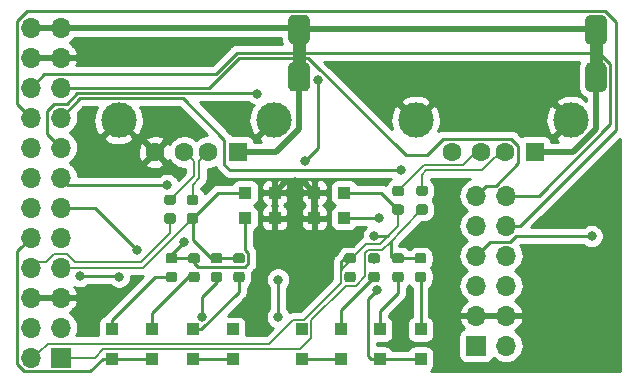
<source format=gbr>
G04 #@! TF.GenerationSoftware,KiCad,Pcbnew,5.0.2+dfsg1-1*
G04 #@! TF.CreationDate,2019-12-14T00:12:12+01:00*
G04 #@! TF.ProjectId,USB,5553422e-6b69-4636-9164-5f7063625858,rev?*
G04 #@! TF.SameCoordinates,Original*
G04 #@! TF.FileFunction,Copper,L1,Top*
G04 #@! TF.FilePolarity,Positive*
%FSLAX46Y46*%
G04 Gerber Fmt 4.6, Leading zero omitted, Abs format (unit mm)*
G04 Created by KiCad (PCBNEW 5.0.2+dfsg1-1) date Sat 14 Dec 2019 12:12:12 AM CET*
%MOMM*%
%LPD*%
G01*
G04 APERTURE LIST*
G04 #@! TA.AperFunction,EtchedComponent*
%ADD10C,0.100000*%
G04 #@! TD*
G04 #@! TA.AperFunction,SMDPad,CuDef*
%ADD11R,1.000000X1.000000*%
G04 #@! TD*
G04 #@! TA.AperFunction,ComponentPad*
%ADD12R,1.700000X1.700000*%
G04 #@! TD*
G04 #@! TA.AperFunction,ComponentPad*
%ADD13O,1.700000X1.700000*%
G04 #@! TD*
G04 #@! TA.AperFunction,Conductor*
%ADD14C,0.100000*%
G04 #@! TD*
G04 #@! TA.AperFunction,SMDPad,CuDef*
%ADD15C,1.800000*%
G04 #@! TD*
G04 #@! TA.AperFunction,SMDPad,CuDef*
%ADD16C,0.875000*%
G04 #@! TD*
G04 #@! TA.AperFunction,ComponentPad*
%ADD17C,1.600000*%
G04 #@! TD*
G04 #@! TA.AperFunction,ComponentPad*
%ADD18R,1.600000X1.600000*%
G04 #@! TD*
G04 #@! TA.AperFunction,ComponentPad*
%ADD19C,3.000000*%
G04 #@! TD*
G04 #@! TA.AperFunction,ViaPad*
%ADD20C,0.800000*%
G04 #@! TD*
G04 #@! TA.AperFunction,Conductor*
%ADD21C,0.250000*%
G04 #@! TD*
G04 #@! TA.AperFunction,Conductor*
%ADD22C,0.200000*%
G04 #@! TD*
G04 #@! TA.AperFunction,Conductor*
%ADD23C,0.500000*%
G04 #@! TD*
G04 #@! TA.AperFunction,Conductor*
%ADD24C,0.254000*%
G04 #@! TD*
G04 APERTURE END LIST*
D10*
G04 #@! TO.C,D6*
G36*
X145931000Y-83069000D02*
X145931000Y-81269000D01*
X146931000Y-81269000D01*
X146931000Y-83069000D01*
X145931000Y-83069000D01*
G37*
X145931000Y-83069000D02*
X145931000Y-81269000D01*
X146931000Y-81269000D01*
X146931000Y-83069000D01*
X145931000Y-83069000D01*
G04 #@! TO.C,D13*
G36*
X171077000Y-83101000D02*
X171077000Y-81301000D01*
X172077000Y-81301000D01*
X172077000Y-83101000D01*
X171077000Y-83101000D01*
G37*
X171077000Y-83101000D02*
X171077000Y-81301000D01*
X172077000Y-81301000D01*
X172077000Y-83101000D01*
X171077000Y-83101000D01*
G04 #@! TD*
D11*
G04 #@! TO.P,D12,1*
G04 #@! TO.N,USB2_FPGA_D+*
X150221000Y-93980000D03*
G04 #@! TO.P,D12,2*
G04 #@! TO.N,GND*
X147721000Y-93980000D03*
G04 #@! TD*
D12*
G04 #@! TO.P,J1,1*
G04 #@! TO.N,USB2_FPGA_D-*
X126238000Y-107950000D03*
D13*
G04 #@! TO.P,J1,2*
G04 #@! TO.N,USB2_FPGA_D+*
X123698000Y-107950000D03*
G04 #@! TO.P,J1,3*
G04 #@! TO.N,+3V3*
X126238000Y-105410000D03*
G04 #@! TO.P,J1,4*
X123698000Y-105410000D03*
G04 #@! TO.P,J1,5*
G04 #@! TO.N,GND*
X126238000Y-102870000D03*
G04 #@! TO.P,J1,6*
X123698000Y-102870000D03*
G04 #@! TO.P,J1,7*
G04 #@! TO.N,USB1_FPGA_D-*
X126238000Y-100330000D03*
G04 #@! TO.P,J1,8*
G04 #@! TO.N,USB1_FPGA_D+*
X123698000Y-100330000D03*
G04 #@! TO.P,J1,9*
G04 #@! TO.N,USB1_FPGA_PULL_D-*
X126238000Y-97790000D03*
G04 #@! TO.P,J1,10*
G04 #@! TO.N,USB1_FPGA_PULL_D+*
X123698000Y-97790000D03*
G04 #@! TO.P,J1,11*
G04 #@! TO.N,USB2_FPGA_PULL_D-*
X126238000Y-95250000D03*
G04 #@! TO.P,J1,12*
G04 #@! TO.N,USB2_FPGA_PULL_D+*
X123698000Y-95250000D03*
G04 #@! TO.P,J1,13*
G04 #@! TO.N,GN24*
X126238000Y-92710000D03*
G04 #@! TO.P,J1,14*
G04 #@! TO.N,GP24*
X123698000Y-92710000D03*
G04 #@! TO.P,J1,15*
G04 #@! TO.N,GN25*
X126238000Y-90170000D03*
G04 #@! TO.P,J1,16*
G04 #@! TO.N,GP25*
X123698000Y-90170000D03*
G04 #@! TO.P,J1,17*
G04 #@! TO.N,GN26*
X126238000Y-87630000D03*
G04 #@! TO.P,J1,18*
G04 #@! TO.N,GP26*
X123698000Y-87630000D03*
G04 #@! TO.P,J1,19*
G04 #@! TO.N,GN27*
X126238000Y-85090000D03*
G04 #@! TO.P,J1,20*
G04 #@! TO.N,GP27*
X123698000Y-85090000D03*
G04 #@! TO.P,J1,21*
G04 #@! TO.N,GND*
X126238000Y-82550000D03*
G04 #@! TO.P,J1,22*
X123698000Y-82550000D03*
G04 #@! TO.P,J1,23*
G04 #@! TO.N,+5V*
X126238000Y-80010000D03*
G04 #@! TO.P,J1,24*
X123698000Y-80010000D03*
G04 #@! TD*
D11*
G04 #@! TO.P,D1,2*
G04 #@! TO.N,USB1_FPGA_PULL_D+*
X130556000Y-108057000D03*
G04 #@! TO.P,D1,1*
G04 #@! TO.N,Net-(D1-Pad1)*
X130556000Y-105557000D03*
G04 #@! TD*
G04 #@! TO.P,D2,2*
G04 #@! TO.N,Net-(D2-Pad2)*
X133985000Y-105557000D03*
G04 #@! TO.P,D2,1*
G04 #@! TO.N,USB1_FPGA_PULL_D+*
X133985000Y-108057000D03*
G04 #@! TD*
G04 #@! TO.P,D3,2*
G04 #@! TO.N,USB1_FPGA_PULL_D-*
X137414000Y-108057000D03*
G04 #@! TO.P,D3,1*
G04 #@! TO.N,Net-(D3-Pad1)*
X137414000Y-105557000D03*
G04 #@! TD*
G04 #@! TO.P,D4,1*
G04 #@! TO.N,USB1_FPGA_PULL_D-*
X140843000Y-108057000D03*
G04 #@! TO.P,D4,2*
G04 #@! TO.N,Net-(D4-Pad2)*
X140843000Y-105557000D03*
G04 #@! TD*
G04 #@! TO.P,D5,1*
G04 #@! TO.N,USB1_FPGA_D+*
X141879000Y-96139000D03*
G04 #@! TO.P,D5,2*
G04 #@! TO.N,GND*
X144379000Y-96139000D03*
G04 #@! TD*
D14*
G04 #@! TO.N,/US1VBUS*
G04 #@! TO.C,D6*
G36*
X146925108Y-82921167D02*
X146968791Y-82927647D01*
X147011628Y-82938377D01*
X147053208Y-82953254D01*
X147093129Y-82972135D01*
X147131007Y-82994839D01*
X147166477Y-83021145D01*
X147199198Y-83050802D01*
X147228855Y-83083523D01*
X147255161Y-83118993D01*
X147277865Y-83156871D01*
X147296746Y-83196792D01*
X147311623Y-83238372D01*
X147322353Y-83281209D01*
X147328833Y-83324892D01*
X147331000Y-83369000D01*
X147331000Y-84969000D01*
X147328833Y-85013108D01*
X147322353Y-85056791D01*
X147311623Y-85099628D01*
X147296746Y-85141208D01*
X147277865Y-85181129D01*
X147255161Y-85219007D01*
X147228855Y-85254477D01*
X147199198Y-85287198D01*
X147166477Y-85316855D01*
X147131007Y-85343161D01*
X147093129Y-85365865D01*
X147053208Y-85384746D01*
X147011628Y-85399623D01*
X146968791Y-85410353D01*
X146925108Y-85416833D01*
X146881000Y-85419000D01*
X145981000Y-85419000D01*
X145936892Y-85416833D01*
X145893209Y-85410353D01*
X145850372Y-85399623D01*
X145808792Y-85384746D01*
X145768871Y-85365865D01*
X145730993Y-85343161D01*
X145695523Y-85316855D01*
X145662802Y-85287198D01*
X145633145Y-85254477D01*
X145606839Y-85219007D01*
X145584135Y-85181129D01*
X145565254Y-85141208D01*
X145550377Y-85099628D01*
X145539647Y-85056791D01*
X145533167Y-85013108D01*
X145531000Y-84969000D01*
X145531000Y-83369000D01*
X145533167Y-83324892D01*
X145539647Y-83281209D01*
X145550377Y-83238372D01*
X145565254Y-83196792D01*
X145584135Y-83156871D01*
X145606839Y-83118993D01*
X145633145Y-83083523D01*
X145662802Y-83050802D01*
X145695523Y-83021145D01*
X145730993Y-82994839D01*
X145768871Y-82972135D01*
X145808792Y-82953254D01*
X145850372Y-82938377D01*
X145893209Y-82927647D01*
X145936892Y-82921167D01*
X145981000Y-82919000D01*
X146881000Y-82919000D01*
X146925108Y-82921167D01*
X146925108Y-82921167D01*
G37*
D15*
G04 #@! TD*
G04 #@! TO.P,D6,1*
G04 #@! TO.N,/US1VBUS*
X146431000Y-84169000D03*
D14*
G04 #@! TO.N,+5V*
G04 #@! TO.C,D6*
G36*
X146925108Y-78921167D02*
X146968791Y-78927647D01*
X147011628Y-78938377D01*
X147053208Y-78953254D01*
X147093129Y-78972135D01*
X147131007Y-78994839D01*
X147166477Y-79021145D01*
X147199198Y-79050802D01*
X147228855Y-79083523D01*
X147255161Y-79118993D01*
X147277865Y-79156871D01*
X147296746Y-79196792D01*
X147311623Y-79238372D01*
X147322353Y-79281209D01*
X147328833Y-79324892D01*
X147331000Y-79369000D01*
X147331000Y-80969000D01*
X147328833Y-81013108D01*
X147322353Y-81056791D01*
X147311623Y-81099628D01*
X147296746Y-81141208D01*
X147277865Y-81181129D01*
X147255161Y-81219007D01*
X147228855Y-81254477D01*
X147199198Y-81287198D01*
X147166477Y-81316855D01*
X147131007Y-81343161D01*
X147093129Y-81365865D01*
X147053208Y-81384746D01*
X147011628Y-81399623D01*
X146968791Y-81410353D01*
X146925108Y-81416833D01*
X146881000Y-81419000D01*
X145981000Y-81419000D01*
X145936892Y-81416833D01*
X145893209Y-81410353D01*
X145850372Y-81399623D01*
X145808792Y-81384746D01*
X145768871Y-81365865D01*
X145730993Y-81343161D01*
X145695523Y-81316855D01*
X145662802Y-81287198D01*
X145633145Y-81254477D01*
X145606839Y-81219007D01*
X145584135Y-81181129D01*
X145565254Y-81141208D01*
X145550377Y-81099628D01*
X145539647Y-81056791D01*
X145533167Y-81013108D01*
X145531000Y-80969000D01*
X145531000Y-79369000D01*
X145533167Y-79324892D01*
X145539647Y-79281209D01*
X145550377Y-79238372D01*
X145565254Y-79196792D01*
X145584135Y-79156871D01*
X145606839Y-79118993D01*
X145633145Y-79083523D01*
X145662802Y-79050802D01*
X145695523Y-79021145D01*
X145730993Y-78994839D01*
X145768871Y-78972135D01*
X145808792Y-78953254D01*
X145850372Y-78938377D01*
X145893209Y-78927647D01*
X145936892Y-78921167D01*
X145981000Y-78919000D01*
X146881000Y-78919000D01*
X146925108Y-78921167D01*
X146925108Y-78921167D01*
G37*
D15*
G04 #@! TD*
G04 #@! TO.P,D6,2*
G04 #@! TO.N,+5V*
X146431000Y-80169000D03*
D11*
G04 #@! TO.P,D7,1*
G04 #@! TO.N,USB1_FPGA_D-*
X141879000Y-93980000D03*
G04 #@! TO.P,D7,2*
G04 #@! TO.N,GND*
X144379000Y-93980000D03*
G04 #@! TD*
G04 #@! TO.P,D8,1*
G04 #@! TO.N,Net-(D8-Pad1)*
X146685000Y-105557000D03*
G04 #@! TO.P,D8,2*
G04 #@! TO.N,USB2_FPGA_PULL_D+*
X146685000Y-108057000D03*
G04 #@! TD*
G04 #@! TO.P,D9,1*
G04 #@! TO.N,USB2_FPGA_PULL_D+*
X149987000Y-108057000D03*
G04 #@! TO.P,D9,2*
G04 #@! TO.N,Net-(D9-Pad2)*
X149987000Y-105557000D03*
G04 #@! TD*
G04 #@! TO.P,D10,2*
G04 #@! TO.N,USB2_FPGA_PULL_D-*
X153289000Y-108057000D03*
G04 #@! TO.P,D10,1*
G04 #@! TO.N,Net-(D10-Pad1)*
X153289000Y-105557000D03*
G04 #@! TD*
G04 #@! TO.P,D11,2*
G04 #@! TO.N,Net-(D11-Pad2)*
X156718000Y-105557000D03*
G04 #@! TO.P,D11,1*
G04 #@! TO.N,USB2_FPGA_PULL_D-*
X156718000Y-108057000D03*
G04 #@! TD*
D14*
G04 #@! TO.N,+5V*
G04 #@! TO.C,D13*
G36*
X172071108Y-78953167D02*
X172114791Y-78959647D01*
X172157628Y-78970377D01*
X172199208Y-78985254D01*
X172239129Y-79004135D01*
X172277007Y-79026839D01*
X172312477Y-79053145D01*
X172345198Y-79082802D01*
X172374855Y-79115523D01*
X172401161Y-79150993D01*
X172423865Y-79188871D01*
X172442746Y-79228792D01*
X172457623Y-79270372D01*
X172468353Y-79313209D01*
X172474833Y-79356892D01*
X172477000Y-79401000D01*
X172477000Y-81001000D01*
X172474833Y-81045108D01*
X172468353Y-81088791D01*
X172457623Y-81131628D01*
X172442746Y-81173208D01*
X172423865Y-81213129D01*
X172401161Y-81251007D01*
X172374855Y-81286477D01*
X172345198Y-81319198D01*
X172312477Y-81348855D01*
X172277007Y-81375161D01*
X172239129Y-81397865D01*
X172199208Y-81416746D01*
X172157628Y-81431623D01*
X172114791Y-81442353D01*
X172071108Y-81448833D01*
X172027000Y-81451000D01*
X171127000Y-81451000D01*
X171082892Y-81448833D01*
X171039209Y-81442353D01*
X170996372Y-81431623D01*
X170954792Y-81416746D01*
X170914871Y-81397865D01*
X170876993Y-81375161D01*
X170841523Y-81348855D01*
X170808802Y-81319198D01*
X170779145Y-81286477D01*
X170752839Y-81251007D01*
X170730135Y-81213129D01*
X170711254Y-81173208D01*
X170696377Y-81131628D01*
X170685647Y-81088791D01*
X170679167Y-81045108D01*
X170677000Y-81001000D01*
X170677000Y-79401000D01*
X170679167Y-79356892D01*
X170685647Y-79313209D01*
X170696377Y-79270372D01*
X170711254Y-79228792D01*
X170730135Y-79188871D01*
X170752839Y-79150993D01*
X170779145Y-79115523D01*
X170808802Y-79082802D01*
X170841523Y-79053145D01*
X170876993Y-79026839D01*
X170914871Y-79004135D01*
X170954792Y-78985254D01*
X170996372Y-78970377D01*
X171039209Y-78959647D01*
X171082892Y-78953167D01*
X171127000Y-78951000D01*
X172027000Y-78951000D01*
X172071108Y-78953167D01*
X172071108Y-78953167D01*
G37*
D15*
G04 #@! TD*
G04 #@! TO.P,D13,2*
G04 #@! TO.N,+5V*
X171577000Y-80201000D03*
D14*
G04 #@! TO.N,/US2VBUS*
G04 #@! TO.C,D13*
G36*
X172071108Y-82953167D02*
X172114791Y-82959647D01*
X172157628Y-82970377D01*
X172199208Y-82985254D01*
X172239129Y-83004135D01*
X172277007Y-83026839D01*
X172312477Y-83053145D01*
X172345198Y-83082802D01*
X172374855Y-83115523D01*
X172401161Y-83150993D01*
X172423865Y-83188871D01*
X172442746Y-83228792D01*
X172457623Y-83270372D01*
X172468353Y-83313209D01*
X172474833Y-83356892D01*
X172477000Y-83401000D01*
X172477000Y-85001000D01*
X172474833Y-85045108D01*
X172468353Y-85088791D01*
X172457623Y-85131628D01*
X172442746Y-85173208D01*
X172423865Y-85213129D01*
X172401161Y-85251007D01*
X172374855Y-85286477D01*
X172345198Y-85319198D01*
X172312477Y-85348855D01*
X172277007Y-85375161D01*
X172239129Y-85397865D01*
X172199208Y-85416746D01*
X172157628Y-85431623D01*
X172114791Y-85442353D01*
X172071108Y-85448833D01*
X172027000Y-85451000D01*
X171127000Y-85451000D01*
X171082892Y-85448833D01*
X171039209Y-85442353D01*
X170996372Y-85431623D01*
X170954792Y-85416746D01*
X170914871Y-85397865D01*
X170876993Y-85375161D01*
X170841523Y-85348855D01*
X170808802Y-85319198D01*
X170779145Y-85286477D01*
X170752839Y-85251007D01*
X170730135Y-85213129D01*
X170711254Y-85173208D01*
X170696377Y-85131628D01*
X170685647Y-85088791D01*
X170679167Y-85045108D01*
X170677000Y-85001000D01*
X170677000Y-83401000D01*
X170679167Y-83356892D01*
X170685647Y-83313209D01*
X170696377Y-83270372D01*
X170711254Y-83228792D01*
X170730135Y-83188871D01*
X170752839Y-83150993D01*
X170779145Y-83115523D01*
X170808802Y-83082802D01*
X170841523Y-83053145D01*
X170876993Y-83026839D01*
X170914871Y-83004135D01*
X170954792Y-82985254D01*
X170996372Y-82970377D01*
X171039209Y-82959647D01*
X171082892Y-82953167D01*
X171127000Y-82951000D01*
X172027000Y-82951000D01*
X172071108Y-82953167D01*
X172071108Y-82953167D01*
G37*
D15*
G04 #@! TD*
G04 #@! TO.P,D13,1*
G04 #@! TO.N,/US2VBUS*
X171577000Y-84201000D03*
D11*
G04 #@! TO.P,D14,2*
G04 #@! TO.N,GND*
X147721000Y-96139000D03*
G04 #@! TO.P,D14,1*
G04 #@! TO.N,USB2_FPGA_D-*
X150221000Y-96139000D03*
G04 #@! TD*
D14*
G04 #@! TO.N,Net-(D1-Pad1)*
G04 #@! TO.C,R1*
G36*
X135913691Y-100681053D02*
X135934926Y-100684203D01*
X135955750Y-100689419D01*
X135975962Y-100696651D01*
X135995368Y-100705830D01*
X136013781Y-100716866D01*
X136031024Y-100729654D01*
X136046930Y-100744070D01*
X136061346Y-100759976D01*
X136074134Y-100777219D01*
X136085170Y-100795632D01*
X136094349Y-100815038D01*
X136101581Y-100835250D01*
X136106797Y-100856074D01*
X136109947Y-100877309D01*
X136111000Y-100898750D01*
X136111000Y-101336250D01*
X136109947Y-101357691D01*
X136106797Y-101378926D01*
X136101581Y-101399750D01*
X136094349Y-101419962D01*
X136085170Y-101439368D01*
X136074134Y-101457781D01*
X136061346Y-101475024D01*
X136046930Y-101490930D01*
X136031024Y-101505346D01*
X136013781Y-101518134D01*
X135995368Y-101529170D01*
X135975962Y-101538349D01*
X135955750Y-101545581D01*
X135934926Y-101550797D01*
X135913691Y-101553947D01*
X135892250Y-101555000D01*
X135379750Y-101555000D01*
X135358309Y-101553947D01*
X135337074Y-101550797D01*
X135316250Y-101545581D01*
X135296038Y-101538349D01*
X135276632Y-101529170D01*
X135258219Y-101518134D01*
X135240976Y-101505346D01*
X135225070Y-101490930D01*
X135210654Y-101475024D01*
X135197866Y-101457781D01*
X135186830Y-101439368D01*
X135177651Y-101419962D01*
X135170419Y-101399750D01*
X135165203Y-101378926D01*
X135162053Y-101357691D01*
X135161000Y-101336250D01*
X135161000Y-100898750D01*
X135162053Y-100877309D01*
X135165203Y-100856074D01*
X135170419Y-100835250D01*
X135177651Y-100815038D01*
X135186830Y-100795632D01*
X135197866Y-100777219D01*
X135210654Y-100759976D01*
X135225070Y-100744070D01*
X135240976Y-100729654D01*
X135258219Y-100716866D01*
X135276632Y-100705830D01*
X135296038Y-100696651D01*
X135316250Y-100689419D01*
X135337074Y-100684203D01*
X135358309Y-100681053D01*
X135379750Y-100680000D01*
X135892250Y-100680000D01*
X135913691Y-100681053D01*
X135913691Y-100681053D01*
G37*
D16*
G04 #@! TD*
G04 #@! TO.P,R1,1*
G04 #@! TO.N,Net-(D1-Pad1)*
X135636000Y-101117500D03*
D14*
G04 #@! TO.N,USB1_FPGA_D+*
G04 #@! TO.C,R1*
G36*
X135913691Y-99106053D02*
X135934926Y-99109203D01*
X135955750Y-99114419D01*
X135975962Y-99121651D01*
X135995368Y-99130830D01*
X136013781Y-99141866D01*
X136031024Y-99154654D01*
X136046930Y-99169070D01*
X136061346Y-99184976D01*
X136074134Y-99202219D01*
X136085170Y-99220632D01*
X136094349Y-99240038D01*
X136101581Y-99260250D01*
X136106797Y-99281074D01*
X136109947Y-99302309D01*
X136111000Y-99323750D01*
X136111000Y-99761250D01*
X136109947Y-99782691D01*
X136106797Y-99803926D01*
X136101581Y-99824750D01*
X136094349Y-99844962D01*
X136085170Y-99864368D01*
X136074134Y-99882781D01*
X136061346Y-99900024D01*
X136046930Y-99915930D01*
X136031024Y-99930346D01*
X136013781Y-99943134D01*
X135995368Y-99954170D01*
X135975962Y-99963349D01*
X135955750Y-99970581D01*
X135934926Y-99975797D01*
X135913691Y-99978947D01*
X135892250Y-99980000D01*
X135379750Y-99980000D01*
X135358309Y-99978947D01*
X135337074Y-99975797D01*
X135316250Y-99970581D01*
X135296038Y-99963349D01*
X135276632Y-99954170D01*
X135258219Y-99943134D01*
X135240976Y-99930346D01*
X135225070Y-99915930D01*
X135210654Y-99900024D01*
X135197866Y-99882781D01*
X135186830Y-99864368D01*
X135177651Y-99844962D01*
X135170419Y-99824750D01*
X135165203Y-99803926D01*
X135162053Y-99782691D01*
X135161000Y-99761250D01*
X135161000Y-99323750D01*
X135162053Y-99302309D01*
X135165203Y-99281074D01*
X135170419Y-99260250D01*
X135177651Y-99240038D01*
X135186830Y-99220632D01*
X135197866Y-99202219D01*
X135210654Y-99184976D01*
X135225070Y-99169070D01*
X135240976Y-99154654D01*
X135258219Y-99141866D01*
X135276632Y-99130830D01*
X135296038Y-99121651D01*
X135316250Y-99114419D01*
X135337074Y-99109203D01*
X135358309Y-99106053D01*
X135379750Y-99105000D01*
X135892250Y-99105000D01*
X135913691Y-99106053D01*
X135913691Y-99106053D01*
G37*
D16*
G04 #@! TD*
G04 #@! TO.P,R1,2*
G04 #@! TO.N,USB1_FPGA_D+*
X135636000Y-99542500D03*
D14*
G04 #@! TO.N,USB1_FPGA_D+*
G04 #@! TO.C,R2*
G36*
X137818691Y-99106053D02*
X137839926Y-99109203D01*
X137860750Y-99114419D01*
X137880962Y-99121651D01*
X137900368Y-99130830D01*
X137918781Y-99141866D01*
X137936024Y-99154654D01*
X137951930Y-99169070D01*
X137966346Y-99184976D01*
X137979134Y-99202219D01*
X137990170Y-99220632D01*
X137999349Y-99240038D01*
X138006581Y-99260250D01*
X138011797Y-99281074D01*
X138014947Y-99302309D01*
X138016000Y-99323750D01*
X138016000Y-99761250D01*
X138014947Y-99782691D01*
X138011797Y-99803926D01*
X138006581Y-99824750D01*
X137999349Y-99844962D01*
X137990170Y-99864368D01*
X137979134Y-99882781D01*
X137966346Y-99900024D01*
X137951930Y-99915930D01*
X137936024Y-99930346D01*
X137918781Y-99943134D01*
X137900368Y-99954170D01*
X137880962Y-99963349D01*
X137860750Y-99970581D01*
X137839926Y-99975797D01*
X137818691Y-99978947D01*
X137797250Y-99980000D01*
X137284750Y-99980000D01*
X137263309Y-99978947D01*
X137242074Y-99975797D01*
X137221250Y-99970581D01*
X137201038Y-99963349D01*
X137181632Y-99954170D01*
X137163219Y-99943134D01*
X137145976Y-99930346D01*
X137130070Y-99915930D01*
X137115654Y-99900024D01*
X137102866Y-99882781D01*
X137091830Y-99864368D01*
X137082651Y-99844962D01*
X137075419Y-99824750D01*
X137070203Y-99803926D01*
X137067053Y-99782691D01*
X137066000Y-99761250D01*
X137066000Y-99323750D01*
X137067053Y-99302309D01*
X137070203Y-99281074D01*
X137075419Y-99260250D01*
X137082651Y-99240038D01*
X137091830Y-99220632D01*
X137102866Y-99202219D01*
X137115654Y-99184976D01*
X137130070Y-99169070D01*
X137145976Y-99154654D01*
X137163219Y-99141866D01*
X137181632Y-99130830D01*
X137201038Y-99121651D01*
X137221250Y-99114419D01*
X137242074Y-99109203D01*
X137263309Y-99106053D01*
X137284750Y-99105000D01*
X137797250Y-99105000D01*
X137818691Y-99106053D01*
X137818691Y-99106053D01*
G37*
D16*
G04 #@! TD*
G04 #@! TO.P,R2,2*
G04 #@! TO.N,USB1_FPGA_D+*
X137541000Y-99542500D03*
D14*
G04 #@! TO.N,Net-(D2-Pad2)*
G04 #@! TO.C,R2*
G36*
X137818691Y-100681053D02*
X137839926Y-100684203D01*
X137860750Y-100689419D01*
X137880962Y-100696651D01*
X137900368Y-100705830D01*
X137918781Y-100716866D01*
X137936024Y-100729654D01*
X137951930Y-100744070D01*
X137966346Y-100759976D01*
X137979134Y-100777219D01*
X137990170Y-100795632D01*
X137999349Y-100815038D01*
X138006581Y-100835250D01*
X138011797Y-100856074D01*
X138014947Y-100877309D01*
X138016000Y-100898750D01*
X138016000Y-101336250D01*
X138014947Y-101357691D01*
X138011797Y-101378926D01*
X138006581Y-101399750D01*
X137999349Y-101419962D01*
X137990170Y-101439368D01*
X137979134Y-101457781D01*
X137966346Y-101475024D01*
X137951930Y-101490930D01*
X137936024Y-101505346D01*
X137918781Y-101518134D01*
X137900368Y-101529170D01*
X137880962Y-101538349D01*
X137860750Y-101545581D01*
X137839926Y-101550797D01*
X137818691Y-101553947D01*
X137797250Y-101555000D01*
X137284750Y-101555000D01*
X137263309Y-101553947D01*
X137242074Y-101550797D01*
X137221250Y-101545581D01*
X137201038Y-101538349D01*
X137181632Y-101529170D01*
X137163219Y-101518134D01*
X137145976Y-101505346D01*
X137130070Y-101490930D01*
X137115654Y-101475024D01*
X137102866Y-101457781D01*
X137091830Y-101439368D01*
X137082651Y-101419962D01*
X137075419Y-101399750D01*
X137070203Y-101378926D01*
X137067053Y-101357691D01*
X137066000Y-101336250D01*
X137066000Y-100898750D01*
X137067053Y-100877309D01*
X137070203Y-100856074D01*
X137075419Y-100835250D01*
X137082651Y-100815038D01*
X137091830Y-100795632D01*
X137102866Y-100777219D01*
X137115654Y-100759976D01*
X137130070Y-100744070D01*
X137145976Y-100729654D01*
X137163219Y-100716866D01*
X137181632Y-100705830D01*
X137201038Y-100696651D01*
X137221250Y-100689419D01*
X137242074Y-100684203D01*
X137263309Y-100681053D01*
X137284750Y-100680000D01*
X137797250Y-100680000D01*
X137818691Y-100681053D01*
X137818691Y-100681053D01*
G37*
D16*
G04 #@! TD*
G04 #@! TO.P,R2,1*
G04 #@! TO.N,Net-(D2-Pad2)*
X137541000Y-101117500D03*
D14*
G04 #@! TO.N,USB1_FPGA_D-*
G04 #@! TO.C,R3*
G36*
X141628691Y-99106053D02*
X141649926Y-99109203D01*
X141670750Y-99114419D01*
X141690962Y-99121651D01*
X141710368Y-99130830D01*
X141728781Y-99141866D01*
X141746024Y-99154654D01*
X141761930Y-99169070D01*
X141776346Y-99184976D01*
X141789134Y-99202219D01*
X141800170Y-99220632D01*
X141809349Y-99240038D01*
X141816581Y-99260250D01*
X141821797Y-99281074D01*
X141824947Y-99302309D01*
X141826000Y-99323750D01*
X141826000Y-99761250D01*
X141824947Y-99782691D01*
X141821797Y-99803926D01*
X141816581Y-99824750D01*
X141809349Y-99844962D01*
X141800170Y-99864368D01*
X141789134Y-99882781D01*
X141776346Y-99900024D01*
X141761930Y-99915930D01*
X141746024Y-99930346D01*
X141728781Y-99943134D01*
X141710368Y-99954170D01*
X141690962Y-99963349D01*
X141670750Y-99970581D01*
X141649926Y-99975797D01*
X141628691Y-99978947D01*
X141607250Y-99980000D01*
X141094750Y-99980000D01*
X141073309Y-99978947D01*
X141052074Y-99975797D01*
X141031250Y-99970581D01*
X141011038Y-99963349D01*
X140991632Y-99954170D01*
X140973219Y-99943134D01*
X140955976Y-99930346D01*
X140940070Y-99915930D01*
X140925654Y-99900024D01*
X140912866Y-99882781D01*
X140901830Y-99864368D01*
X140892651Y-99844962D01*
X140885419Y-99824750D01*
X140880203Y-99803926D01*
X140877053Y-99782691D01*
X140876000Y-99761250D01*
X140876000Y-99323750D01*
X140877053Y-99302309D01*
X140880203Y-99281074D01*
X140885419Y-99260250D01*
X140892651Y-99240038D01*
X140901830Y-99220632D01*
X140912866Y-99202219D01*
X140925654Y-99184976D01*
X140940070Y-99169070D01*
X140955976Y-99154654D01*
X140973219Y-99141866D01*
X140991632Y-99130830D01*
X141011038Y-99121651D01*
X141031250Y-99114419D01*
X141052074Y-99109203D01*
X141073309Y-99106053D01*
X141094750Y-99105000D01*
X141607250Y-99105000D01*
X141628691Y-99106053D01*
X141628691Y-99106053D01*
G37*
D16*
G04 #@! TD*
G04 #@! TO.P,R3,1*
G04 #@! TO.N,USB1_FPGA_D-*
X141351000Y-99542500D03*
D14*
G04 #@! TO.N,Net-(D3-Pad1)*
G04 #@! TO.C,R3*
G36*
X141628691Y-100681053D02*
X141649926Y-100684203D01*
X141670750Y-100689419D01*
X141690962Y-100696651D01*
X141710368Y-100705830D01*
X141728781Y-100716866D01*
X141746024Y-100729654D01*
X141761930Y-100744070D01*
X141776346Y-100759976D01*
X141789134Y-100777219D01*
X141800170Y-100795632D01*
X141809349Y-100815038D01*
X141816581Y-100835250D01*
X141821797Y-100856074D01*
X141824947Y-100877309D01*
X141826000Y-100898750D01*
X141826000Y-101336250D01*
X141824947Y-101357691D01*
X141821797Y-101378926D01*
X141816581Y-101399750D01*
X141809349Y-101419962D01*
X141800170Y-101439368D01*
X141789134Y-101457781D01*
X141776346Y-101475024D01*
X141761930Y-101490930D01*
X141746024Y-101505346D01*
X141728781Y-101518134D01*
X141710368Y-101529170D01*
X141690962Y-101538349D01*
X141670750Y-101545581D01*
X141649926Y-101550797D01*
X141628691Y-101553947D01*
X141607250Y-101555000D01*
X141094750Y-101555000D01*
X141073309Y-101553947D01*
X141052074Y-101550797D01*
X141031250Y-101545581D01*
X141011038Y-101538349D01*
X140991632Y-101529170D01*
X140973219Y-101518134D01*
X140955976Y-101505346D01*
X140940070Y-101490930D01*
X140925654Y-101475024D01*
X140912866Y-101457781D01*
X140901830Y-101439368D01*
X140892651Y-101419962D01*
X140885419Y-101399750D01*
X140880203Y-101378926D01*
X140877053Y-101357691D01*
X140876000Y-101336250D01*
X140876000Y-100898750D01*
X140877053Y-100877309D01*
X140880203Y-100856074D01*
X140885419Y-100835250D01*
X140892651Y-100815038D01*
X140901830Y-100795632D01*
X140912866Y-100777219D01*
X140925654Y-100759976D01*
X140940070Y-100744070D01*
X140955976Y-100729654D01*
X140973219Y-100716866D01*
X140991632Y-100705830D01*
X141011038Y-100696651D01*
X141031250Y-100689419D01*
X141052074Y-100684203D01*
X141073309Y-100681053D01*
X141094750Y-100680000D01*
X141607250Y-100680000D01*
X141628691Y-100681053D01*
X141628691Y-100681053D01*
G37*
D16*
G04 #@! TD*
G04 #@! TO.P,R3,2*
G04 #@! TO.N,Net-(D3-Pad1)*
X141351000Y-101117500D03*
D14*
G04 #@! TO.N,Net-(D4-Pad2)*
G04 #@! TO.C,R4*
G36*
X139723691Y-100681053D02*
X139744926Y-100684203D01*
X139765750Y-100689419D01*
X139785962Y-100696651D01*
X139805368Y-100705830D01*
X139823781Y-100716866D01*
X139841024Y-100729654D01*
X139856930Y-100744070D01*
X139871346Y-100759976D01*
X139884134Y-100777219D01*
X139895170Y-100795632D01*
X139904349Y-100815038D01*
X139911581Y-100835250D01*
X139916797Y-100856074D01*
X139919947Y-100877309D01*
X139921000Y-100898750D01*
X139921000Y-101336250D01*
X139919947Y-101357691D01*
X139916797Y-101378926D01*
X139911581Y-101399750D01*
X139904349Y-101419962D01*
X139895170Y-101439368D01*
X139884134Y-101457781D01*
X139871346Y-101475024D01*
X139856930Y-101490930D01*
X139841024Y-101505346D01*
X139823781Y-101518134D01*
X139805368Y-101529170D01*
X139785962Y-101538349D01*
X139765750Y-101545581D01*
X139744926Y-101550797D01*
X139723691Y-101553947D01*
X139702250Y-101555000D01*
X139189750Y-101555000D01*
X139168309Y-101553947D01*
X139147074Y-101550797D01*
X139126250Y-101545581D01*
X139106038Y-101538349D01*
X139086632Y-101529170D01*
X139068219Y-101518134D01*
X139050976Y-101505346D01*
X139035070Y-101490930D01*
X139020654Y-101475024D01*
X139007866Y-101457781D01*
X138996830Y-101439368D01*
X138987651Y-101419962D01*
X138980419Y-101399750D01*
X138975203Y-101378926D01*
X138972053Y-101357691D01*
X138971000Y-101336250D01*
X138971000Y-100898750D01*
X138972053Y-100877309D01*
X138975203Y-100856074D01*
X138980419Y-100835250D01*
X138987651Y-100815038D01*
X138996830Y-100795632D01*
X139007866Y-100777219D01*
X139020654Y-100759976D01*
X139035070Y-100744070D01*
X139050976Y-100729654D01*
X139068219Y-100716866D01*
X139086632Y-100705830D01*
X139106038Y-100696651D01*
X139126250Y-100689419D01*
X139147074Y-100684203D01*
X139168309Y-100681053D01*
X139189750Y-100680000D01*
X139702250Y-100680000D01*
X139723691Y-100681053D01*
X139723691Y-100681053D01*
G37*
D16*
G04 #@! TD*
G04 #@! TO.P,R4,1*
G04 #@! TO.N,Net-(D4-Pad2)*
X139446000Y-101117500D03*
D14*
G04 #@! TO.N,USB1_FPGA_D-*
G04 #@! TO.C,R4*
G36*
X139723691Y-99106053D02*
X139744926Y-99109203D01*
X139765750Y-99114419D01*
X139785962Y-99121651D01*
X139805368Y-99130830D01*
X139823781Y-99141866D01*
X139841024Y-99154654D01*
X139856930Y-99169070D01*
X139871346Y-99184976D01*
X139884134Y-99202219D01*
X139895170Y-99220632D01*
X139904349Y-99240038D01*
X139911581Y-99260250D01*
X139916797Y-99281074D01*
X139919947Y-99302309D01*
X139921000Y-99323750D01*
X139921000Y-99761250D01*
X139919947Y-99782691D01*
X139916797Y-99803926D01*
X139911581Y-99824750D01*
X139904349Y-99844962D01*
X139895170Y-99864368D01*
X139884134Y-99882781D01*
X139871346Y-99900024D01*
X139856930Y-99915930D01*
X139841024Y-99930346D01*
X139823781Y-99943134D01*
X139805368Y-99954170D01*
X139785962Y-99963349D01*
X139765750Y-99970581D01*
X139744926Y-99975797D01*
X139723691Y-99978947D01*
X139702250Y-99980000D01*
X139189750Y-99980000D01*
X139168309Y-99978947D01*
X139147074Y-99975797D01*
X139126250Y-99970581D01*
X139106038Y-99963349D01*
X139086632Y-99954170D01*
X139068219Y-99943134D01*
X139050976Y-99930346D01*
X139035070Y-99915930D01*
X139020654Y-99900024D01*
X139007866Y-99882781D01*
X138996830Y-99864368D01*
X138987651Y-99844962D01*
X138980419Y-99824750D01*
X138975203Y-99803926D01*
X138972053Y-99782691D01*
X138971000Y-99761250D01*
X138971000Y-99323750D01*
X138972053Y-99302309D01*
X138975203Y-99281074D01*
X138980419Y-99260250D01*
X138987651Y-99240038D01*
X138996830Y-99220632D01*
X139007866Y-99202219D01*
X139020654Y-99184976D01*
X139035070Y-99169070D01*
X139050976Y-99154654D01*
X139068219Y-99141866D01*
X139086632Y-99130830D01*
X139106038Y-99121651D01*
X139126250Y-99114419D01*
X139147074Y-99109203D01*
X139168309Y-99106053D01*
X139189750Y-99105000D01*
X139702250Y-99105000D01*
X139723691Y-99106053D01*
X139723691Y-99106053D01*
G37*
D16*
G04 #@! TD*
G04 #@! TO.P,R4,2*
G04 #@! TO.N,USB1_FPGA_D-*
X139446000Y-99542500D03*
D14*
G04 #@! TO.N,/FPD1-*
G04 #@! TO.C,R5*
G36*
X137691691Y-94153053D02*
X137712926Y-94156203D01*
X137733750Y-94161419D01*
X137753962Y-94168651D01*
X137773368Y-94177830D01*
X137791781Y-94188866D01*
X137809024Y-94201654D01*
X137824930Y-94216070D01*
X137839346Y-94231976D01*
X137852134Y-94249219D01*
X137863170Y-94267632D01*
X137872349Y-94287038D01*
X137879581Y-94307250D01*
X137884797Y-94328074D01*
X137887947Y-94349309D01*
X137889000Y-94370750D01*
X137889000Y-94808250D01*
X137887947Y-94829691D01*
X137884797Y-94850926D01*
X137879581Y-94871750D01*
X137872349Y-94891962D01*
X137863170Y-94911368D01*
X137852134Y-94929781D01*
X137839346Y-94947024D01*
X137824930Y-94962930D01*
X137809024Y-94977346D01*
X137791781Y-94990134D01*
X137773368Y-95001170D01*
X137753962Y-95010349D01*
X137733750Y-95017581D01*
X137712926Y-95022797D01*
X137691691Y-95025947D01*
X137670250Y-95027000D01*
X137157750Y-95027000D01*
X137136309Y-95025947D01*
X137115074Y-95022797D01*
X137094250Y-95017581D01*
X137074038Y-95010349D01*
X137054632Y-95001170D01*
X137036219Y-94990134D01*
X137018976Y-94977346D01*
X137003070Y-94962930D01*
X136988654Y-94947024D01*
X136975866Y-94929781D01*
X136964830Y-94911368D01*
X136955651Y-94891962D01*
X136948419Y-94871750D01*
X136943203Y-94850926D01*
X136940053Y-94829691D01*
X136939000Y-94808250D01*
X136939000Y-94370750D01*
X136940053Y-94349309D01*
X136943203Y-94328074D01*
X136948419Y-94307250D01*
X136955651Y-94287038D01*
X136964830Y-94267632D01*
X136975866Y-94249219D01*
X136988654Y-94231976D01*
X137003070Y-94216070D01*
X137018976Y-94201654D01*
X137036219Y-94188866D01*
X137054632Y-94177830D01*
X137074038Y-94168651D01*
X137094250Y-94161419D01*
X137115074Y-94156203D01*
X137136309Y-94153053D01*
X137157750Y-94152000D01*
X137670250Y-94152000D01*
X137691691Y-94153053D01*
X137691691Y-94153053D01*
G37*
D16*
G04 #@! TD*
G04 #@! TO.P,R5,2*
G04 #@! TO.N,/FPD1-*
X137414000Y-94589500D03*
D14*
G04 #@! TO.N,USB1_FPGA_D-*
G04 #@! TO.C,R5*
G36*
X137691691Y-95728053D02*
X137712926Y-95731203D01*
X137733750Y-95736419D01*
X137753962Y-95743651D01*
X137773368Y-95752830D01*
X137791781Y-95763866D01*
X137809024Y-95776654D01*
X137824930Y-95791070D01*
X137839346Y-95806976D01*
X137852134Y-95824219D01*
X137863170Y-95842632D01*
X137872349Y-95862038D01*
X137879581Y-95882250D01*
X137884797Y-95903074D01*
X137887947Y-95924309D01*
X137889000Y-95945750D01*
X137889000Y-96383250D01*
X137887947Y-96404691D01*
X137884797Y-96425926D01*
X137879581Y-96446750D01*
X137872349Y-96466962D01*
X137863170Y-96486368D01*
X137852134Y-96504781D01*
X137839346Y-96522024D01*
X137824930Y-96537930D01*
X137809024Y-96552346D01*
X137791781Y-96565134D01*
X137773368Y-96576170D01*
X137753962Y-96585349D01*
X137733750Y-96592581D01*
X137712926Y-96597797D01*
X137691691Y-96600947D01*
X137670250Y-96602000D01*
X137157750Y-96602000D01*
X137136309Y-96600947D01*
X137115074Y-96597797D01*
X137094250Y-96592581D01*
X137074038Y-96585349D01*
X137054632Y-96576170D01*
X137036219Y-96565134D01*
X137018976Y-96552346D01*
X137003070Y-96537930D01*
X136988654Y-96522024D01*
X136975866Y-96504781D01*
X136964830Y-96486368D01*
X136955651Y-96466962D01*
X136948419Y-96446750D01*
X136943203Y-96425926D01*
X136940053Y-96404691D01*
X136939000Y-96383250D01*
X136939000Y-95945750D01*
X136940053Y-95924309D01*
X136943203Y-95903074D01*
X136948419Y-95882250D01*
X136955651Y-95862038D01*
X136964830Y-95842632D01*
X136975866Y-95824219D01*
X136988654Y-95806976D01*
X137003070Y-95791070D01*
X137018976Y-95776654D01*
X137036219Y-95763866D01*
X137054632Y-95752830D01*
X137074038Y-95743651D01*
X137094250Y-95736419D01*
X137115074Y-95731203D01*
X137136309Y-95728053D01*
X137157750Y-95727000D01*
X137670250Y-95727000D01*
X137691691Y-95728053D01*
X137691691Y-95728053D01*
G37*
D16*
G04 #@! TD*
G04 #@! TO.P,R5,1*
G04 #@! TO.N,USB1_FPGA_D-*
X137414000Y-96164500D03*
D14*
G04 #@! TO.N,/FPD1+*
G04 #@! TO.C,R6*
G36*
X135786691Y-94153053D02*
X135807926Y-94156203D01*
X135828750Y-94161419D01*
X135848962Y-94168651D01*
X135868368Y-94177830D01*
X135886781Y-94188866D01*
X135904024Y-94201654D01*
X135919930Y-94216070D01*
X135934346Y-94231976D01*
X135947134Y-94249219D01*
X135958170Y-94267632D01*
X135967349Y-94287038D01*
X135974581Y-94307250D01*
X135979797Y-94328074D01*
X135982947Y-94349309D01*
X135984000Y-94370750D01*
X135984000Y-94808250D01*
X135982947Y-94829691D01*
X135979797Y-94850926D01*
X135974581Y-94871750D01*
X135967349Y-94891962D01*
X135958170Y-94911368D01*
X135947134Y-94929781D01*
X135934346Y-94947024D01*
X135919930Y-94962930D01*
X135904024Y-94977346D01*
X135886781Y-94990134D01*
X135868368Y-95001170D01*
X135848962Y-95010349D01*
X135828750Y-95017581D01*
X135807926Y-95022797D01*
X135786691Y-95025947D01*
X135765250Y-95027000D01*
X135252750Y-95027000D01*
X135231309Y-95025947D01*
X135210074Y-95022797D01*
X135189250Y-95017581D01*
X135169038Y-95010349D01*
X135149632Y-95001170D01*
X135131219Y-94990134D01*
X135113976Y-94977346D01*
X135098070Y-94962930D01*
X135083654Y-94947024D01*
X135070866Y-94929781D01*
X135059830Y-94911368D01*
X135050651Y-94891962D01*
X135043419Y-94871750D01*
X135038203Y-94850926D01*
X135035053Y-94829691D01*
X135034000Y-94808250D01*
X135034000Y-94370750D01*
X135035053Y-94349309D01*
X135038203Y-94328074D01*
X135043419Y-94307250D01*
X135050651Y-94287038D01*
X135059830Y-94267632D01*
X135070866Y-94249219D01*
X135083654Y-94231976D01*
X135098070Y-94216070D01*
X135113976Y-94201654D01*
X135131219Y-94188866D01*
X135149632Y-94177830D01*
X135169038Y-94168651D01*
X135189250Y-94161419D01*
X135210074Y-94156203D01*
X135231309Y-94153053D01*
X135252750Y-94152000D01*
X135765250Y-94152000D01*
X135786691Y-94153053D01*
X135786691Y-94153053D01*
G37*
D16*
G04 #@! TD*
G04 #@! TO.P,R6,2*
G04 #@! TO.N,/FPD1+*
X135509000Y-94589500D03*
D14*
G04 #@! TO.N,USB1_FPGA_D+*
G04 #@! TO.C,R6*
G36*
X135786691Y-95728053D02*
X135807926Y-95731203D01*
X135828750Y-95736419D01*
X135848962Y-95743651D01*
X135868368Y-95752830D01*
X135886781Y-95763866D01*
X135904024Y-95776654D01*
X135919930Y-95791070D01*
X135934346Y-95806976D01*
X135947134Y-95824219D01*
X135958170Y-95842632D01*
X135967349Y-95862038D01*
X135974581Y-95882250D01*
X135979797Y-95903074D01*
X135982947Y-95924309D01*
X135984000Y-95945750D01*
X135984000Y-96383250D01*
X135982947Y-96404691D01*
X135979797Y-96425926D01*
X135974581Y-96446750D01*
X135967349Y-96466962D01*
X135958170Y-96486368D01*
X135947134Y-96504781D01*
X135934346Y-96522024D01*
X135919930Y-96537930D01*
X135904024Y-96552346D01*
X135886781Y-96565134D01*
X135868368Y-96576170D01*
X135848962Y-96585349D01*
X135828750Y-96592581D01*
X135807926Y-96597797D01*
X135786691Y-96600947D01*
X135765250Y-96602000D01*
X135252750Y-96602000D01*
X135231309Y-96600947D01*
X135210074Y-96597797D01*
X135189250Y-96592581D01*
X135169038Y-96585349D01*
X135149632Y-96576170D01*
X135131219Y-96565134D01*
X135113976Y-96552346D01*
X135098070Y-96537930D01*
X135083654Y-96522024D01*
X135070866Y-96504781D01*
X135059830Y-96486368D01*
X135050651Y-96466962D01*
X135043419Y-96446750D01*
X135038203Y-96425926D01*
X135035053Y-96404691D01*
X135034000Y-96383250D01*
X135034000Y-95945750D01*
X135035053Y-95924309D01*
X135038203Y-95903074D01*
X135043419Y-95882250D01*
X135050651Y-95862038D01*
X135059830Y-95842632D01*
X135070866Y-95824219D01*
X135083654Y-95806976D01*
X135098070Y-95791070D01*
X135113976Y-95776654D01*
X135131219Y-95763866D01*
X135149632Y-95752830D01*
X135169038Y-95743651D01*
X135189250Y-95736419D01*
X135210074Y-95731203D01*
X135231309Y-95728053D01*
X135252750Y-95727000D01*
X135765250Y-95727000D01*
X135786691Y-95728053D01*
X135786691Y-95728053D01*
G37*
D16*
G04 #@! TD*
G04 #@! TO.P,R6,1*
G04 #@! TO.N,USB1_FPGA_D+*
X135509000Y-96164500D03*
D14*
G04 #@! TO.N,USB2_FPGA_D+*
G04 #@! TO.C,R7*
G36*
X151026691Y-99106053D02*
X151047926Y-99109203D01*
X151068750Y-99114419D01*
X151088962Y-99121651D01*
X151108368Y-99130830D01*
X151126781Y-99141866D01*
X151144024Y-99154654D01*
X151159930Y-99169070D01*
X151174346Y-99184976D01*
X151187134Y-99202219D01*
X151198170Y-99220632D01*
X151207349Y-99240038D01*
X151214581Y-99260250D01*
X151219797Y-99281074D01*
X151222947Y-99302309D01*
X151224000Y-99323750D01*
X151224000Y-99761250D01*
X151222947Y-99782691D01*
X151219797Y-99803926D01*
X151214581Y-99824750D01*
X151207349Y-99844962D01*
X151198170Y-99864368D01*
X151187134Y-99882781D01*
X151174346Y-99900024D01*
X151159930Y-99915930D01*
X151144024Y-99930346D01*
X151126781Y-99943134D01*
X151108368Y-99954170D01*
X151088962Y-99963349D01*
X151068750Y-99970581D01*
X151047926Y-99975797D01*
X151026691Y-99978947D01*
X151005250Y-99980000D01*
X150492750Y-99980000D01*
X150471309Y-99978947D01*
X150450074Y-99975797D01*
X150429250Y-99970581D01*
X150409038Y-99963349D01*
X150389632Y-99954170D01*
X150371219Y-99943134D01*
X150353976Y-99930346D01*
X150338070Y-99915930D01*
X150323654Y-99900024D01*
X150310866Y-99882781D01*
X150299830Y-99864368D01*
X150290651Y-99844962D01*
X150283419Y-99824750D01*
X150278203Y-99803926D01*
X150275053Y-99782691D01*
X150274000Y-99761250D01*
X150274000Y-99323750D01*
X150275053Y-99302309D01*
X150278203Y-99281074D01*
X150283419Y-99260250D01*
X150290651Y-99240038D01*
X150299830Y-99220632D01*
X150310866Y-99202219D01*
X150323654Y-99184976D01*
X150338070Y-99169070D01*
X150353976Y-99154654D01*
X150371219Y-99141866D01*
X150389632Y-99130830D01*
X150409038Y-99121651D01*
X150429250Y-99114419D01*
X150450074Y-99109203D01*
X150471309Y-99106053D01*
X150492750Y-99105000D01*
X151005250Y-99105000D01*
X151026691Y-99106053D01*
X151026691Y-99106053D01*
G37*
D16*
G04 #@! TD*
G04 #@! TO.P,R7,2*
G04 #@! TO.N,USB2_FPGA_D+*
X150749000Y-99542500D03*
D14*
G04 #@! TO.N,Net-(D8-Pad1)*
G04 #@! TO.C,R7*
G36*
X151026691Y-100681053D02*
X151047926Y-100684203D01*
X151068750Y-100689419D01*
X151088962Y-100696651D01*
X151108368Y-100705830D01*
X151126781Y-100716866D01*
X151144024Y-100729654D01*
X151159930Y-100744070D01*
X151174346Y-100759976D01*
X151187134Y-100777219D01*
X151198170Y-100795632D01*
X151207349Y-100815038D01*
X151214581Y-100835250D01*
X151219797Y-100856074D01*
X151222947Y-100877309D01*
X151224000Y-100898750D01*
X151224000Y-101336250D01*
X151222947Y-101357691D01*
X151219797Y-101378926D01*
X151214581Y-101399750D01*
X151207349Y-101419962D01*
X151198170Y-101439368D01*
X151187134Y-101457781D01*
X151174346Y-101475024D01*
X151159930Y-101490930D01*
X151144024Y-101505346D01*
X151126781Y-101518134D01*
X151108368Y-101529170D01*
X151088962Y-101538349D01*
X151068750Y-101545581D01*
X151047926Y-101550797D01*
X151026691Y-101553947D01*
X151005250Y-101555000D01*
X150492750Y-101555000D01*
X150471309Y-101553947D01*
X150450074Y-101550797D01*
X150429250Y-101545581D01*
X150409038Y-101538349D01*
X150389632Y-101529170D01*
X150371219Y-101518134D01*
X150353976Y-101505346D01*
X150338070Y-101490930D01*
X150323654Y-101475024D01*
X150310866Y-101457781D01*
X150299830Y-101439368D01*
X150290651Y-101419962D01*
X150283419Y-101399750D01*
X150278203Y-101378926D01*
X150275053Y-101357691D01*
X150274000Y-101336250D01*
X150274000Y-100898750D01*
X150275053Y-100877309D01*
X150278203Y-100856074D01*
X150283419Y-100835250D01*
X150290651Y-100815038D01*
X150299830Y-100795632D01*
X150310866Y-100777219D01*
X150323654Y-100759976D01*
X150338070Y-100744070D01*
X150353976Y-100729654D01*
X150371219Y-100716866D01*
X150389632Y-100705830D01*
X150409038Y-100696651D01*
X150429250Y-100689419D01*
X150450074Y-100684203D01*
X150471309Y-100681053D01*
X150492750Y-100680000D01*
X151005250Y-100680000D01*
X151026691Y-100681053D01*
X151026691Y-100681053D01*
G37*
D16*
G04 #@! TD*
G04 #@! TO.P,R7,1*
G04 #@! TO.N,Net-(D8-Pad1)*
X150749000Y-101117500D03*
D14*
G04 #@! TO.N,USB2_FPGA_D+*
G04 #@! TO.C,R8*
G36*
X153058691Y-99106053D02*
X153079926Y-99109203D01*
X153100750Y-99114419D01*
X153120962Y-99121651D01*
X153140368Y-99130830D01*
X153158781Y-99141866D01*
X153176024Y-99154654D01*
X153191930Y-99169070D01*
X153206346Y-99184976D01*
X153219134Y-99202219D01*
X153230170Y-99220632D01*
X153239349Y-99240038D01*
X153246581Y-99260250D01*
X153251797Y-99281074D01*
X153254947Y-99302309D01*
X153256000Y-99323750D01*
X153256000Y-99761250D01*
X153254947Y-99782691D01*
X153251797Y-99803926D01*
X153246581Y-99824750D01*
X153239349Y-99844962D01*
X153230170Y-99864368D01*
X153219134Y-99882781D01*
X153206346Y-99900024D01*
X153191930Y-99915930D01*
X153176024Y-99930346D01*
X153158781Y-99943134D01*
X153140368Y-99954170D01*
X153120962Y-99963349D01*
X153100750Y-99970581D01*
X153079926Y-99975797D01*
X153058691Y-99978947D01*
X153037250Y-99980000D01*
X152524750Y-99980000D01*
X152503309Y-99978947D01*
X152482074Y-99975797D01*
X152461250Y-99970581D01*
X152441038Y-99963349D01*
X152421632Y-99954170D01*
X152403219Y-99943134D01*
X152385976Y-99930346D01*
X152370070Y-99915930D01*
X152355654Y-99900024D01*
X152342866Y-99882781D01*
X152331830Y-99864368D01*
X152322651Y-99844962D01*
X152315419Y-99824750D01*
X152310203Y-99803926D01*
X152307053Y-99782691D01*
X152306000Y-99761250D01*
X152306000Y-99323750D01*
X152307053Y-99302309D01*
X152310203Y-99281074D01*
X152315419Y-99260250D01*
X152322651Y-99240038D01*
X152331830Y-99220632D01*
X152342866Y-99202219D01*
X152355654Y-99184976D01*
X152370070Y-99169070D01*
X152385976Y-99154654D01*
X152403219Y-99141866D01*
X152421632Y-99130830D01*
X152441038Y-99121651D01*
X152461250Y-99114419D01*
X152482074Y-99109203D01*
X152503309Y-99106053D01*
X152524750Y-99105000D01*
X153037250Y-99105000D01*
X153058691Y-99106053D01*
X153058691Y-99106053D01*
G37*
D16*
G04 #@! TD*
G04 #@! TO.P,R8,2*
G04 #@! TO.N,USB2_FPGA_D+*
X152781000Y-99542500D03*
D14*
G04 #@! TO.N,Net-(D9-Pad2)*
G04 #@! TO.C,R8*
G36*
X153058691Y-100681053D02*
X153079926Y-100684203D01*
X153100750Y-100689419D01*
X153120962Y-100696651D01*
X153140368Y-100705830D01*
X153158781Y-100716866D01*
X153176024Y-100729654D01*
X153191930Y-100744070D01*
X153206346Y-100759976D01*
X153219134Y-100777219D01*
X153230170Y-100795632D01*
X153239349Y-100815038D01*
X153246581Y-100835250D01*
X153251797Y-100856074D01*
X153254947Y-100877309D01*
X153256000Y-100898750D01*
X153256000Y-101336250D01*
X153254947Y-101357691D01*
X153251797Y-101378926D01*
X153246581Y-101399750D01*
X153239349Y-101419962D01*
X153230170Y-101439368D01*
X153219134Y-101457781D01*
X153206346Y-101475024D01*
X153191930Y-101490930D01*
X153176024Y-101505346D01*
X153158781Y-101518134D01*
X153140368Y-101529170D01*
X153120962Y-101538349D01*
X153100750Y-101545581D01*
X153079926Y-101550797D01*
X153058691Y-101553947D01*
X153037250Y-101555000D01*
X152524750Y-101555000D01*
X152503309Y-101553947D01*
X152482074Y-101550797D01*
X152461250Y-101545581D01*
X152441038Y-101538349D01*
X152421632Y-101529170D01*
X152403219Y-101518134D01*
X152385976Y-101505346D01*
X152370070Y-101490930D01*
X152355654Y-101475024D01*
X152342866Y-101457781D01*
X152331830Y-101439368D01*
X152322651Y-101419962D01*
X152315419Y-101399750D01*
X152310203Y-101378926D01*
X152307053Y-101357691D01*
X152306000Y-101336250D01*
X152306000Y-100898750D01*
X152307053Y-100877309D01*
X152310203Y-100856074D01*
X152315419Y-100835250D01*
X152322651Y-100815038D01*
X152331830Y-100795632D01*
X152342866Y-100777219D01*
X152355654Y-100759976D01*
X152370070Y-100744070D01*
X152385976Y-100729654D01*
X152403219Y-100716866D01*
X152421632Y-100705830D01*
X152441038Y-100696651D01*
X152461250Y-100689419D01*
X152482074Y-100684203D01*
X152503309Y-100681053D01*
X152524750Y-100680000D01*
X153037250Y-100680000D01*
X153058691Y-100681053D01*
X153058691Y-100681053D01*
G37*
D16*
G04 #@! TD*
G04 #@! TO.P,R8,1*
G04 #@! TO.N,Net-(D9-Pad2)*
X152781000Y-101117500D03*
D14*
G04 #@! TO.N,USB2_FPGA_D-*
G04 #@! TO.C,R9*
G36*
X155090691Y-99106053D02*
X155111926Y-99109203D01*
X155132750Y-99114419D01*
X155152962Y-99121651D01*
X155172368Y-99130830D01*
X155190781Y-99141866D01*
X155208024Y-99154654D01*
X155223930Y-99169070D01*
X155238346Y-99184976D01*
X155251134Y-99202219D01*
X155262170Y-99220632D01*
X155271349Y-99240038D01*
X155278581Y-99260250D01*
X155283797Y-99281074D01*
X155286947Y-99302309D01*
X155288000Y-99323750D01*
X155288000Y-99761250D01*
X155286947Y-99782691D01*
X155283797Y-99803926D01*
X155278581Y-99824750D01*
X155271349Y-99844962D01*
X155262170Y-99864368D01*
X155251134Y-99882781D01*
X155238346Y-99900024D01*
X155223930Y-99915930D01*
X155208024Y-99930346D01*
X155190781Y-99943134D01*
X155172368Y-99954170D01*
X155152962Y-99963349D01*
X155132750Y-99970581D01*
X155111926Y-99975797D01*
X155090691Y-99978947D01*
X155069250Y-99980000D01*
X154556750Y-99980000D01*
X154535309Y-99978947D01*
X154514074Y-99975797D01*
X154493250Y-99970581D01*
X154473038Y-99963349D01*
X154453632Y-99954170D01*
X154435219Y-99943134D01*
X154417976Y-99930346D01*
X154402070Y-99915930D01*
X154387654Y-99900024D01*
X154374866Y-99882781D01*
X154363830Y-99864368D01*
X154354651Y-99844962D01*
X154347419Y-99824750D01*
X154342203Y-99803926D01*
X154339053Y-99782691D01*
X154338000Y-99761250D01*
X154338000Y-99323750D01*
X154339053Y-99302309D01*
X154342203Y-99281074D01*
X154347419Y-99260250D01*
X154354651Y-99240038D01*
X154363830Y-99220632D01*
X154374866Y-99202219D01*
X154387654Y-99184976D01*
X154402070Y-99169070D01*
X154417976Y-99154654D01*
X154435219Y-99141866D01*
X154453632Y-99130830D01*
X154473038Y-99121651D01*
X154493250Y-99114419D01*
X154514074Y-99109203D01*
X154535309Y-99106053D01*
X154556750Y-99105000D01*
X155069250Y-99105000D01*
X155090691Y-99106053D01*
X155090691Y-99106053D01*
G37*
D16*
G04 #@! TD*
G04 #@! TO.P,R9,1*
G04 #@! TO.N,USB2_FPGA_D-*
X154813000Y-99542500D03*
D14*
G04 #@! TO.N,Net-(D10-Pad1)*
G04 #@! TO.C,R9*
G36*
X155090691Y-100681053D02*
X155111926Y-100684203D01*
X155132750Y-100689419D01*
X155152962Y-100696651D01*
X155172368Y-100705830D01*
X155190781Y-100716866D01*
X155208024Y-100729654D01*
X155223930Y-100744070D01*
X155238346Y-100759976D01*
X155251134Y-100777219D01*
X155262170Y-100795632D01*
X155271349Y-100815038D01*
X155278581Y-100835250D01*
X155283797Y-100856074D01*
X155286947Y-100877309D01*
X155288000Y-100898750D01*
X155288000Y-101336250D01*
X155286947Y-101357691D01*
X155283797Y-101378926D01*
X155278581Y-101399750D01*
X155271349Y-101419962D01*
X155262170Y-101439368D01*
X155251134Y-101457781D01*
X155238346Y-101475024D01*
X155223930Y-101490930D01*
X155208024Y-101505346D01*
X155190781Y-101518134D01*
X155172368Y-101529170D01*
X155152962Y-101538349D01*
X155132750Y-101545581D01*
X155111926Y-101550797D01*
X155090691Y-101553947D01*
X155069250Y-101555000D01*
X154556750Y-101555000D01*
X154535309Y-101553947D01*
X154514074Y-101550797D01*
X154493250Y-101545581D01*
X154473038Y-101538349D01*
X154453632Y-101529170D01*
X154435219Y-101518134D01*
X154417976Y-101505346D01*
X154402070Y-101490930D01*
X154387654Y-101475024D01*
X154374866Y-101457781D01*
X154363830Y-101439368D01*
X154354651Y-101419962D01*
X154347419Y-101399750D01*
X154342203Y-101378926D01*
X154339053Y-101357691D01*
X154338000Y-101336250D01*
X154338000Y-100898750D01*
X154339053Y-100877309D01*
X154342203Y-100856074D01*
X154347419Y-100835250D01*
X154354651Y-100815038D01*
X154363830Y-100795632D01*
X154374866Y-100777219D01*
X154387654Y-100759976D01*
X154402070Y-100744070D01*
X154417976Y-100729654D01*
X154435219Y-100716866D01*
X154453632Y-100705830D01*
X154473038Y-100696651D01*
X154493250Y-100689419D01*
X154514074Y-100684203D01*
X154535309Y-100681053D01*
X154556750Y-100680000D01*
X155069250Y-100680000D01*
X155090691Y-100681053D01*
X155090691Y-100681053D01*
G37*
D16*
G04 #@! TD*
G04 #@! TO.P,R9,2*
G04 #@! TO.N,Net-(D10-Pad1)*
X154813000Y-101117500D03*
D14*
G04 #@! TO.N,Net-(D11-Pad2)*
G04 #@! TO.C,R10*
G36*
X156995691Y-100681053D02*
X157016926Y-100684203D01*
X157037750Y-100689419D01*
X157057962Y-100696651D01*
X157077368Y-100705830D01*
X157095781Y-100716866D01*
X157113024Y-100729654D01*
X157128930Y-100744070D01*
X157143346Y-100759976D01*
X157156134Y-100777219D01*
X157167170Y-100795632D01*
X157176349Y-100815038D01*
X157183581Y-100835250D01*
X157188797Y-100856074D01*
X157191947Y-100877309D01*
X157193000Y-100898750D01*
X157193000Y-101336250D01*
X157191947Y-101357691D01*
X157188797Y-101378926D01*
X157183581Y-101399750D01*
X157176349Y-101419962D01*
X157167170Y-101439368D01*
X157156134Y-101457781D01*
X157143346Y-101475024D01*
X157128930Y-101490930D01*
X157113024Y-101505346D01*
X157095781Y-101518134D01*
X157077368Y-101529170D01*
X157057962Y-101538349D01*
X157037750Y-101545581D01*
X157016926Y-101550797D01*
X156995691Y-101553947D01*
X156974250Y-101555000D01*
X156461750Y-101555000D01*
X156440309Y-101553947D01*
X156419074Y-101550797D01*
X156398250Y-101545581D01*
X156378038Y-101538349D01*
X156358632Y-101529170D01*
X156340219Y-101518134D01*
X156322976Y-101505346D01*
X156307070Y-101490930D01*
X156292654Y-101475024D01*
X156279866Y-101457781D01*
X156268830Y-101439368D01*
X156259651Y-101419962D01*
X156252419Y-101399750D01*
X156247203Y-101378926D01*
X156244053Y-101357691D01*
X156243000Y-101336250D01*
X156243000Y-100898750D01*
X156244053Y-100877309D01*
X156247203Y-100856074D01*
X156252419Y-100835250D01*
X156259651Y-100815038D01*
X156268830Y-100795632D01*
X156279866Y-100777219D01*
X156292654Y-100759976D01*
X156307070Y-100744070D01*
X156322976Y-100729654D01*
X156340219Y-100716866D01*
X156358632Y-100705830D01*
X156378038Y-100696651D01*
X156398250Y-100689419D01*
X156419074Y-100684203D01*
X156440309Y-100681053D01*
X156461750Y-100680000D01*
X156974250Y-100680000D01*
X156995691Y-100681053D01*
X156995691Y-100681053D01*
G37*
D16*
G04 #@! TD*
G04 #@! TO.P,R10,1*
G04 #@! TO.N,Net-(D11-Pad2)*
X156718000Y-101117500D03*
D14*
G04 #@! TO.N,USB2_FPGA_D-*
G04 #@! TO.C,R10*
G36*
X156995691Y-99106053D02*
X157016926Y-99109203D01*
X157037750Y-99114419D01*
X157057962Y-99121651D01*
X157077368Y-99130830D01*
X157095781Y-99141866D01*
X157113024Y-99154654D01*
X157128930Y-99169070D01*
X157143346Y-99184976D01*
X157156134Y-99202219D01*
X157167170Y-99220632D01*
X157176349Y-99240038D01*
X157183581Y-99260250D01*
X157188797Y-99281074D01*
X157191947Y-99302309D01*
X157193000Y-99323750D01*
X157193000Y-99761250D01*
X157191947Y-99782691D01*
X157188797Y-99803926D01*
X157183581Y-99824750D01*
X157176349Y-99844962D01*
X157167170Y-99864368D01*
X157156134Y-99882781D01*
X157143346Y-99900024D01*
X157128930Y-99915930D01*
X157113024Y-99930346D01*
X157095781Y-99943134D01*
X157077368Y-99954170D01*
X157057962Y-99963349D01*
X157037750Y-99970581D01*
X157016926Y-99975797D01*
X156995691Y-99978947D01*
X156974250Y-99980000D01*
X156461750Y-99980000D01*
X156440309Y-99978947D01*
X156419074Y-99975797D01*
X156398250Y-99970581D01*
X156378038Y-99963349D01*
X156358632Y-99954170D01*
X156340219Y-99943134D01*
X156322976Y-99930346D01*
X156307070Y-99915930D01*
X156292654Y-99900024D01*
X156279866Y-99882781D01*
X156268830Y-99864368D01*
X156259651Y-99844962D01*
X156252419Y-99824750D01*
X156247203Y-99803926D01*
X156244053Y-99782691D01*
X156243000Y-99761250D01*
X156243000Y-99323750D01*
X156244053Y-99302309D01*
X156247203Y-99281074D01*
X156252419Y-99260250D01*
X156259651Y-99240038D01*
X156268830Y-99220632D01*
X156279866Y-99202219D01*
X156292654Y-99184976D01*
X156307070Y-99169070D01*
X156322976Y-99154654D01*
X156340219Y-99141866D01*
X156358632Y-99130830D01*
X156378038Y-99121651D01*
X156398250Y-99114419D01*
X156419074Y-99109203D01*
X156440309Y-99106053D01*
X156461750Y-99105000D01*
X156974250Y-99105000D01*
X156995691Y-99106053D01*
X156995691Y-99106053D01*
G37*
D16*
G04 #@! TD*
G04 #@! TO.P,R10,2*
G04 #@! TO.N,USB2_FPGA_D-*
X156718000Y-99542500D03*
D14*
G04 #@! TO.N,USB2_FPGA_D-*
G04 #@! TO.C,R11*
G36*
X157122691Y-94966053D02*
X157143926Y-94969203D01*
X157164750Y-94974419D01*
X157184962Y-94981651D01*
X157204368Y-94990830D01*
X157222781Y-95001866D01*
X157240024Y-95014654D01*
X157255930Y-95029070D01*
X157270346Y-95044976D01*
X157283134Y-95062219D01*
X157294170Y-95080632D01*
X157303349Y-95100038D01*
X157310581Y-95120250D01*
X157315797Y-95141074D01*
X157318947Y-95162309D01*
X157320000Y-95183750D01*
X157320000Y-95621250D01*
X157318947Y-95642691D01*
X157315797Y-95663926D01*
X157310581Y-95684750D01*
X157303349Y-95704962D01*
X157294170Y-95724368D01*
X157283134Y-95742781D01*
X157270346Y-95760024D01*
X157255930Y-95775930D01*
X157240024Y-95790346D01*
X157222781Y-95803134D01*
X157204368Y-95814170D01*
X157184962Y-95823349D01*
X157164750Y-95830581D01*
X157143926Y-95835797D01*
X157122691Y-95838947D01*
X157101250Y-95840000D01*
X156588750Y-95840000D01*
X156567309Y-95838947D01*
X156546074Y-95835797D01*
X156525250Y-95830581D01*
X156505038Y-95823349D01*
X156485632Y-95814170D01*
X156467219Y-95803134D01*
X156449976Y-95790346D01*
X156434070Y-95775930D01*
X156419654Y-95760024D01*
X156406866Y-95742781D01*
X156395830Y-95724368D01*
X156386651Y-95704962D01*
X156379419Y-95684750D01*
X156374203Y-95663926D01*
X156371053Y-95642691D01*
X156370000Y-95621250D01*
X156370000Y-95183750D01*
X156371053Y-95162309D01*
X156374203Y-95141074D01*
X156379419Y-95120250D01*
X156386651Y-95100038D01*
X156395830Y-95080632D01*
X156406866Y-95062219D01*
X156419654Y-95044976D01*
X156434070Y-95029070D01*
X156449976Y-95014654D01*
X156467219Y-95001866D01*
X156485632Y-94990830D01*
X156505038Y-94981651D01*
X156525250Y-94974419D01*
X156546074Y-94969203D01*
X156567309Y-94966053D01*
X156588750Y-94965000D01*
X157101250Y-94965000D01*
X157122691Y-94966053D01*
X157122691Y-94966053D01*
G37*
D16*
G04 #@! TD*
G04 #@! TO.P,R11,1*
G04 #@! TO.N,USB2_FPGA_D-*
X156845000Y-95402500D03*
D14*
G04 #@! TO.N,/FPD2-*
G04 #@! TO.C,R11*
G36*
X157122691Y-93391053D02*
X157143926Y-93394203D01*
X157164750Y-93399419D01*
X157184962Y-93406651D01*
X157204368Y-93415830D01*
X157222781Y-93426866D01*
X157240024Y-93439654D01*
X157255930Y-93454070D01*
X157270346Y-93469976D01*
X157283134Y-93487219D01*
X157294170Y-93505632D01*
X157303349Y-93525038D01*
X157310581Y-93545250D01*
X157315797Y-93566074D01*
X157318947Y-93587309D01*
X157320000Y-93608750D01*
X157320000Y-94046250D01*
X157318947Y-94067691D01*
X157315797Y-94088926D01*
X157310581Y-94109750D01*
X157303349Y-94129962D01*
X157294170Y-94149368D01*
X157283134Y-94167781D01*
X157270346Y-94185024D01*
X157255930Y-94200930D01*
X157240024Y-94215346D01*
X157222781Y-94228134D01*
X157204368Y-94239170D01*
X157184962Y-94248349D01*
X157164750Y-94255581D01*
X157143926Y-94260797D01*
X157122691Y-94263947D01*
X157101250Y-94265000D01*
X156588750Y-94265000D01*
X156567309Y-94263947D01*
X156546074Y-94260797D01*
X156525250Y-94255581D01*
X156505038Y-94248349D01*
X156485632Y-94239170D01*
X156467219Y-94228134D01*
X156449976Y-94215346D01*
X156434070Y-94200930D01*
X156419654Y-94185024D01*
X156406866Y-94167781D01*
X156395830Y-94149368D01*
X156386651Y-94129962D01*
X156379419Y-94109750D01*
X156374203Y-94088926D01*
X156371053Y-94067691D01*
X156370000Y-94046250D01*
X156370000Y-93608750D01*
X156371053Y-93587309D01*
X156374203Y-93566074D01*
X156379419Y-93545250D01*
X156386651Y-93525038D01*
X156395830Y-93505632D01*
X156406866Y-93487219D01*
X156419654Y-93469976D01*
X156434070Y-93454070D01*
X156449976Y-93439654D01*
X156467219Y-93426866D01*
X156485632Y-93415830D01*
X156505038Y-93406651D01*
X156525250Y-93399419D01*
X156546074Y-93394203D01*
X156567309Y-93391053D01*
X156588750Y-93390000D01*
X157101250Y-93390000D01*
X157122691Y-93391053D01*
X157122691Y-93391053D01*
G37*
D16*
G04 #@! TD*
G04 #@! TO.P,R11,2*
G04 #@! TO.N,/FPD2-*
X156845000Y-93827500D03*
D14*
G04 #@! TO.N,/FPD2+*
G04 #@! TO.C,R12*
G36*
X155090691Y-93416553D02*
X155111926Y-93419703D01*
X155132750Y-93424919D01*
X155152962Y-93432151D01*
X155172368Y-93441330D01*
X155190781Y-93452366D01*
X155208024Y-93465154D01*
X155223930Y-93479570D01*
X155238346Y-93495476D01*
X155251134Y-93512719D01*
X155262170Y-93531132D01*
X155271349Y-93550538D01*
X155278581Y-93570750D01*
X155283797Y-93591574D01*
X155286947Y-93612809D01*
X155288000Y-93634250D01*
X155288000Y-94071750D01*
X155286947Y-94093191D01*
X155283797Y-94114426D01*
X155278581Y-94135250D01*
X155271349Y-94155462D01*
X155262170Y-94174868D01*
X155251134Y-94193281D01*
X155238346Y-94210524D01*
X155223930Y-94226430D01*
X155208024Y-94240846D01*
X155190781Y-94253634D01*
X155172368Y-94264670D01*
X155152962Y-94273849D01*
X155132750Y-94281081D01*
X155111926Y-94286297D01*
X155090691Y-94289447D01*
X155069250Y-94290500D01*
X154556750Y-94290500D01*
X154535309Y-94289447D01*
X154514074Y-94286297D01*
X154493250Y-94281081D01*
X154473038Y-94273849D01*
X154453632Y-94264670D01*
X154435219Y-94253634D01*
X154417976Y-94240846D01*
X154402070Y-94226430D01*
X154387654Y-94210524D01*
X154374866Y-94193281D01*
X154363830Y-94174868D01*
X154354651Y-94155462D01*
X154347419Y-94135250D01*
X154342203Y-94114426D01*
X154339053Y-94093191D01*
X154338000Y-94071750D01*
X154338000Y-93634250D01*
X154339053Y-93612809D01*
X154342203Y-93591574D01*
X154347419Y-93570750D01*
X154354651Y-93550538D01*
X154363830Y-93531132D01*
X154374866Y-93512719D01*
X154387654Y-93495476D01*
X154402070Y-93479570D01*
X154417976Y-93465154D01*
X154435219Y-93452366D01*
X154453632Y-93441330D01*
X154473038Y-93432151D01*
X154493250Y-93424919D01*
X154514074Y-93419703D01*
X154535309Y-93416553D01*
X154556750Y-93415500D01*
X155069250Y-93415500D01*
X155090691Y-93416553D01*
X155090691Y-93416553D01*
G37*
D16*
G04 #@! TD*
G04 #@! TO.P,R12,2*
G04 #@! TO.N,/FPD2+*
X154813000Y-93853000D03*
D14*
G04 #@! TO.N,USB2_FPGA_D+*
G04 #@! TO.C,R12*
G36*
X155090691Y-94991553D02*
X155111926Y-94994703D01*
X155132750Y-94999919D01*
X155152962Y-95007151D01*
X155172368Y-95016330D01*
X155190781Y-95027366D01*
X155208024Y-95040154D01*
X155223930Y-95054570D01*
X155238346Y-95070476D01*
X155251134Y-95087719D01*
X155262170Y-95106132D01*
X155271349Y-95125538D01*
X155278581Y-95145750D01*
X155283797Y-95166574D01*
X155286947Y-95187809D01*
X155288000Y-95209250D01*
X155288000Y-95646750D01*
X155286947Y-95668191D01*
X155283797Y-95689426D01*
X155278581Y-95710250D01*
X155271349Y-95730462D01*
X155262170Y-95749868D01*
X155251134Y-95768281D01*
X155238346Y-95785524D01*
X155223930Y-95801430D01*
X155208024Y-95815846D01*
X155190781Y-95828634D01*
X155172368Y-95839670D01*
X155152962Y-95848849D01*
X155132750Y-95856081D01*
X155111926Y-95861297D01*
X155090691Y-95864447D01*
X155069250Y-95865500D01*
X154556750Y-95865500D01*
X154535309Y-95864447D01*
X154514074Y-95861297D01*
X154493250Y-95856081D01*
X154473038Y-95848849D01*
X154453632Y-95839670D01*
X154435219Y-95828634D01*
X154417976Y-95815846D01*
X154402070Y-95801430D01*
X154387654Y-95785524D01*
X154374866Y-95768281D01*
X154363830Y-95749868D01*
X154354651Y-95730462D01*
X154347419Y-95710250D01*
X154342203Y-95689426D01*
X154339053Y-95668191D01*
X154338000Y-95646750D01*
X154338000Y-95209250D01*
X154339053Y-95187809D01*
X154342203Y-95166574D01*
X154347419Y-95145750D01*
X154354651Y-95125538D01*
X154363830Y-95106132D01*
X154374866Y-95087719D01*
X154387654Y-95070476D01*
X154402070Y-95054570D01*
X154417976Y-95040154D01*
X154435219Y-95027366D01*
X154453632Y-95016330D01*
X154473038Y-95007151D01*
X154493250Y-94999919D01*
X154514074Y-94994703D01*
X154535309Y-94991553D01*
X154556750Y-94990500D01*
X155069250Y-94990500D01*
X155090691Y-94991553D01*
X155090691Y-94991553D01*
G37*
D16*
G04 #@! TD*
G04 #@! TO.P,R12,1*
G04 #@! TO.N,USB2_FPGA_D+*
X154813000Y-95428000D03*
D12*
G04 #@! TO.P,J2,1*
G04 #@! TO.N,+3V3*
X161417000Y-106934000D03*
D13*
G04 #@! TO.P,J2,2*
X163957000Y-106934000D03*
G04 #@! TO.P,J2,3*
G04 #@! TO.N,GND*
X161417000Y-104394000D03*
G04 #@! TO.P,J2,4*
X163957000Y-104394000D03*
G04 #@! TO.P,J2,5*
G04 #@! TO.N,GN24*
X161417000Y-101854000D03*
G04 #@! TO.P,J2,6*
G04 #@! TO.N,GP24*
X163957000Y-101854000D03*
G04 #@! TO.P,J2,7*
G04 #@! TO.N,GN25*
X161417000Y-99314000D03*
G04 #@! TO.P,J2,8*
G04 #@! TO.N,GP25*
X163957000Y-99314000D03*
G04 #@! TO.P,J2,9*
G04 #@! TO.N,GN26*
X161417000Y-96774000D03*
G04 #@! TO.P,J2,10*
G04 #@! TO.N,GP26*
X163957000Y-96774000D03*
G04 #@! TO.P,J2,11*
G04 #@! TO.N,GN27*
X161417000Y-94234000D03*
G04 #@! TO.P,J2,12*
G04 #@! TO.N,GP27*
X163957000Y-94234000D03*
G04 #@! TD*
D17*
G04 #@! TO.P,US3,4*
G04 #@! TO.N,GND*
X134224000Y-90551000D03*
G04 #@! TO.P,US3,3*
G04 #@! TO.N,/FPD1+*
X136724000Y-90551000D03*
G04 #@! TO.P,US3,2*
G04 #@! TO.N,/FPD1-*
X138724000Y-90551000D03*
D18*
G04 #@! TO.P,US3,1*
G04 #@! TO.N,/US1VBUS*
X141224000Y-90551000D03*
D19*
G04 #@! TO.P,US3,5*
G04 #@! TO.N,GND*
X144294000Y-87841000D03*
X131154000Y-87841000D03*
G04 #@! TD*
G04 #@! TO.P,US4,5*
G04 #@! TO.N,GND*
X156300000Y-87841000D03*
X169440000Y-87841000D03*
D18*
G04 #@! TO.P,US4,1*
G04 #@! TO.N,/US2VBUS*
X166370000Y-90551000D03*
D17*
G04 #@! TO.P,US4,2*
G04 #@! TO.N,/FPD2-*
X163870000Y-90551000D03*
G04 #@! TO.P,US4,3*
G04 #@! TO.N,/FPD2+*
X161870000Y-90551000D03*
G04 #@! TO.P,US4,4*
G04 #@! TO.N,GND*
X159370000Y-90551000D03*
G04 #@! TD*
D20*
G04 #@! TO.N,USB1_FPGA_PULL_D-*
X137414000Y-108057000D03*
G04 #@! TO.N,Net-(D4-Pad2)*
X138176000Y-104482000D03*
X140843000Y-105557000D03*
G04 #@! TO.N,USB1_FPGA_D+*
X136652000Y-98171000D03*
X135509000Y-96164500D03*
G04 #@! TO.N,GND*
X146050000Y-93091000D03*
G04 #@! TO.N,Net-(D8-Pad1)*
X146685000Y-105537000D03*
X144653000Y-104521000D03*
X144653000Y-101346000D03*
X150749000Y-101117500D03*
G04 #@! TO.N,USB2_FPGA_PULL_D+*
X146685000Y-108057000D03*
G04 #@! TO.N,USB2_FPGA_PULL_D-*
X153035000Y-102235000D03*
X132715000Y-98806000D03*
G04 #@! TO.N,USB2_FPGA_D+*
X152781000Y-99568000D03*
X152781000Y-97663000D03*
G04 #@! TO.N,USB2_FPGA_D-*
X153162000Y-96139000D03*
X156845000Y-95402500D03*
G04 #@! TO.N,GN26*
X155067000Y-92075000D03*
G04 #@! TO.N,GP25*
X146939000Y-91313000D03*
X148059863Y-84477137D03*
X123698000Y-90170000D03*
G04 #@! TO.N,GN25*
X142875000Y-85598000D03*
X171196000Y-97663000D03*
G04 #@! TO.N,GP24*
X127889000Y-101030000D03*
X131191000Y-101092000D03*
G04 #@! TO.N,GN24*
X135255000Y-93345000D03*
G04 #@! TD*
D21*
G04 #@! TO.N,USB1_FPGA_PULL_D+*
X133235000Y-108057000D02*
X130556000Y-108057000D01*
X133985000Y-108057000D02*
X133235000Y-108057000D01*
X122848001Y-98639999D02*
X123698000Y-97790000D01*
X122522999Y-98965001D02*
X122848001Y-98639999D01*
X122522999Y-108514001D02*
X122522999Y-98965001D01*
X123133999Y-109125001D02*
X122522999Y-108514001D01*
X128737999Y-109125001D02*
X123133999Y-109125001D01*
X129806000Y-108057000D02*
X128737999Y-109125001D01*
X130556000Y-108057000D02*
X129806000Y-108057000D01*
G04 #@! TO.N,Net-(D1-Pad1)*
X135161000Y-101117500D02*
X135636000Y-101117500D01*
X134245500Y-101117500D02*
X135161000Y-101117500D01*
X130556000Y-104807000D02*
X134245500Y-101117500D01*
X130556000Y-105557000D02*
X130556000Y-104807000D01*
G04 #@! TO.N,Net-(D2-Pad2)*
X133985000Y-104198500D02*
X137066000Y-101117500D01*
X137066000Y-101117500D02*
X137541000Y-101117500D01*
X133985000Y-105557000D02*
X133985000Y-104198500D01*
G04 #@! TO.N,USB1_FPGA_PULL_D-*
X140843000Y-108057000D02*
X137414000Y-108057000D01*
G04 #@! TO.N,Net-(D3-Pad1)*
X141351000Y-101555000D02*
X141351000Y-101117500D01*
X141351000Y-102370000D02*
X141351000Y-101555000D01*
X138164000Y-105557000D02*
X141351000Y-102370000D01*
X137414000Y-105557000D02*
X138164000Y-105557000D01*
G04 #@! TO.N,Net-(D4-Pad2)*
X138176000Y-102825000D02*
X138176000Y-104482000D01*
X139446000Y-101117500D02*
X139446000Y-101555000D01*
X139446000Y-101555000D02*
X138176000Y-102825000D01*
D22*
G04 #@! TO.N,USB1_FPGA_D+*
X135509000Y-97433103D02*
X135509000Y-96164500D01*
X133062103Y-99880000D02*
X135509000Y-97433103D01*
X127490002Y-99880000D02*
X133062103Y-99880000D01*
X124148000Y-99880000D02*
X124985998Y-99880000D01*
X126790001Y-99179999D02*
X127490002Y-99880000D01*
X123698000Y-100330000D02*
X124148000Y-99880000D01*
X124985998Y-99880000D02*
X125685999Y-99179999D01*
X125685999Y-99179999D02*
X126790001Y-99179999D01*
D21*
X137541000Y-99980000D02*
X137541000Y-99542500D01*
X137866010Y-100305010D02*
X137541000Y-99980000D01*
X141832484Y-100305010D02*
X137866010Y-100305010D01*
X142151010Y-99986484D02*
X141832484Y-100305010D01*
X142151010Y-99098516D02*
X142151010Y-99986484D01*
X141879000Y-98826506D02*
X142151010Y-99098516D01*
X141879000Y-96139000D02*
X141879000Y-98826506D01*
X137541000Y-99542500D02*
X135636000Y-99542500D01*
X135636000Y-99542500D02*
X135636000Y-99187000D01*
X135636000Y-99187000D02*
X136652000Y-98171000D01*
D23*
G04 #@! TO.N,GND*
X126482000Y-82306000D02*
X126238000Y-82550000D01*
X145268000Y-93091000D02*
X144379000Y-93980000D01*
X146050000Y-93091000D02*
X145268000Y-93091000D01*
X146832000Y-93091000D02*
X147721000Y-93980000D01*
X146050000Y-93091000D02*
X146832000Y-93091000D01*
X144379000Y-93980000D02*
X144379000Y-96139000D01*
X147721000Y-93980000D02*
X147721000Y-96139000D01*
G04 #@! TO.N,/US1VBUS*
X142524000Y-90551000D02*
X141224000Y-90551000D01*
X146431000Y-88590002D02*
X144470002Y-90551000D01*
X144470002Y-90551000D02*
X142524000Y-90551000D01*
X146431000Y-84169000D02*
X146431000Y-88590002D01*
G04 #@! TO.N,+5V*
X123698000Y-80010000D02*
X126238000Y-80010000D01*
X146272000Y-80010000D02*
X146431000Y-80169000D01*
X126238000Y-80010000D02*
X146272000Y-80010000D01*
X171545000Y-80169000D02*
X171577000Y-80201000D01*
X146431000Y-80169000D02*
X171545000Y-80169000D01*
D22*
G04 #@! TO.N,USB1_FPGA_D-*
X135827198Y-97751302D02*
X137414000Y-96164500D01*
X133248500Y-100330000D02*
X135827198Y-97751302D01*
X126238000Y-100330000D02*
X133248500Y-100330000D01*
D21*
X139598500Y-93980000D02*
X137414000Y-96164500D01*
X141879000Y-93980000D02*
X139598500Y-93980000D01*
X138971000Y-99542500D02*
X139446000Y-99542500D01*
X137414000Y-97985500D02*
X138971000Y-99542500D01*
X137414000Y-96164500D02*
X137414000Y-97985500D01*
X139446000Y-99542500D02*
X141351000Y-99542500D01*
G04 #@! TO.N,Net-(D8-Pad1)*
X146685000Y-105557000D02*
X146685000Y-105537000D01*
X144653000Y-104521000D02*
X144653000Y-102489000D01*
X144653000Y-102489000D02*
X144653000Y-101346000D01*
G04 #@! TO.N,USB2_FPGA_PULL_D+*
X149237000Y-108057000D02*
X146685000Y-108057000D01*
X149987000Y-108057000D02*
X149237000Y-108057000D01*
G04 #@! TO.N,Net-(D9-Pad2)*
X149987000Y-103911500D02*
X152781000Y-101117500D01*
X149987000Y-105557000D02*
X149987000Y-103911500D01*
G04 #@! TO.N,USB2_FPGA_PULL_D-*
X155968000Y-108057000D02*
X153289000Y-108057000D01*
X156718000Y-108057000D02*
X155968000Y-108057000D01*
X153289000Y-108057000D02*
X152539000Y-108057000D01*
X152539000Y-108057000D02*
X152273000Y-107791000D01*
X129159000Y-95250000D02*
X126238000Y-95250000D01*
X132715000Y-98806000D02*
X129159000Y-95250000D01*
X152273000Y-102997000D02*
X153035000Y-102235000D01*
X152273000Y-107791000D02*
X152273000Y-102997000D01*
G04 #@! TO.N,Net-(D10-Pad1)*
X153289000Y-105557000D02*
X153289000Y-104013000D01*
X154813000Y-102489000D02*
X154813000Y-101117500D01*
X153289000Y-104013000D02*
X154813000Y-102489000D01*
G04 #@! TO.N,Net-(D11-Pad2)*
X156718000Y-104807000D02*
X156718000Y-101117500D01*
X156718000Y-105557000D02*
X156718000Y-104807000D01*
D22*
G04 #@! TO.N,USB2_FPGA_D+*
X149973990Y-101637113D02*
X149973990Y-100504487D01*
X152123478Y-98354999D02*
X153256104Y-98354999D01*
X149973990Y-100504487D02*
X152123478Y-98354999D01*
X146854104Y-104756999D02*
X149973990Y-101637113D01*
X145944999Y-104756999D02*
X146854104Y-104756999D01*
X124148000Y-107500000D02*
X124447998Y-107500000D01*
X125147999Y-106799999D02*
X143901999Y-106799999D01*
X143901999Y-106799999D02*
X145944999Y-104756999D01*
X154813000Y-96798103D02*
X154813000Y-95428000D01*
X124447998Y-107500000D02*
X125147999Y-106799999D01*
X123698000Y-107950000D02*
X124148000Y-107500000D01*
D21*
X153365000Y-93980000D02*
X154813000Y-95428000D01*
X150221000Y-93980000D02*
X153365000Y-93980000D01*
X149973990Y-100504487D02*
X149973990Y-100470010D01*
X149973990Y-99842510D02*
X149973990Y-100504487D01*
X150274000Y-99542500D02*
X149973990Y-99842510D01*
X150749000Y-99542500D02*
X150274000Y-99542500D01*
X152781000Y-97663000D02*
X153346685Y-97663000D01*
D22*
X153256104Y-98354999D02*
X153924000Y-97663000D01*
D21*
X153346685Y-97663000D02*
X153924000Y-97663000D01*
D22*
X153924000Y-97663000D02*
X154813000Y-96798103D01*
D23*
G04 #@! TO.N,/US2VBUS*
X167670000Y-90551000D02*
X166370000Y-90551000D01*
X169616002Y-90551000D02*
X167670000Y-90551000D01*
X171577000Y-88590002D02*
X169616002Y-90551000D01*
X171577000Y-84201000D02*
X171577000Y-88590002D01*
D22*
G04 #@! TO.N,USB2_FPGA_D-*
X155131198Y-97116302D02*
X156845000Y-95402500D01*
X151220130Y-101855010D02*
X152005990Y-101069150D01*
X146525003Y-107256999D02*
X147485001Y-106297001D01*
X152005990Y-101069150D02*
X152005990Y-99108870D01*
X126238000Y-107950000D02*
X129122998Y-107950000D01*
X129122998Y-107950000D02*
X129815999Y-107256999D01*
X129815999Y-107256999D02*
X146525003Y-107256999D01*
X147485001Y-106297001D02*
X147485001Y-104762499D01*
X147485001Y-104762499D02*
X150392490Y-101855010D01*
X150392490Y-101855010D02*
X151220130Y-101855010D01*
X152005990Y-99108870D02*
X152309870Y-98804990D01*
X152309870Y-98804990D02*
X153442510Y-98804990D01*
D21*
X150221000Y-96139000D02*
X153162000Y-96139000D01*
X156718000Y-99542500D02*
X154813000Y-99542500D01*
X154813000Y-99542500D02*
X154338000Y-99542500D01*
D22*
X153442510Y-98804990D02*
X154178000Y-98171000D01*
D21*
X154178000Y-99382500D02*
X154178000Y-98171000D01*
X154338000Y-99542500D02*
X154178000Y-99382500D01*
D22*
X154178000Y-98171000D02*
X155131198Y-97116302D01*
D21*
G04 #@! TO.N,GP27*
X165159081Y-94234000D02*
X163957000Y-94234000D01*
X166746188Y-94234000D02*
X165159081Y-94234000D01*
X172802010Y-88178178D02*
X166746188Y-94234000D01*
X172802010Y-83079978D02*
X172802010Y-88178178D01*
X171866012Y-82143980D02*
X172802010Y-83079978D01*
X141151608Y-82143980D02*
X171866012Y-82143980D01*
X139380589Y-83914999D02*
X141151608Y-82143980D01*
X124873001Y-83914999D02*
X139380589Y-83914999D01*
X123698000Y-85090000D02*
X124873001Y-83914999D01*
G04 #@! TO.N,GN27*
X163067997Y-93384001D02*
X162266999Y-93384001D01*
X162266999Y-93384001D02*
X161417000Y-94234000D01*
X164995001Y-91456997D02*
X163067997Y-93384001D01*
X158638947Y-89425999D02*
X164410001Y-89425999D01*
X157224978Y-90839968D02*
X158638947Y-89425999D01*
X155448000Y-90839968D02*
X157224978Y-90839968D01*
X164995001Y-90010999D02*
X164995001Y-91456997D01*
X147202022Y-82593990D02*
X155448000Y-90839968D01*
X141338008Y-82593990D02*
X147202022Y-82593990D01*
X138841998Y-85090000D02*
X141338008Y-82593990D01*
X164410001Y-89425999D02*
X164995001Y-90010999D01*
X126238000Y-85090000D02*
X138841998Y-85090000D01*
G04 #@! TO.N,GP26*
X165159081Y-96774000D02*
X163957000Y-96774000D01*
X173252019Y-88681062D02*
X165159081Y-96774000D01*
X173252019Y-79529987D02*
X173252019Y-88681062D01*
X172316022Y-78593990D02*
X173252019Y-79529987D01*
X123375008Y-78593990D02*
X172316022Y-78593990D01*
X122522999Y-79445999D02*
X123375008Y-78593990D01*
X122522999Y-86454999D02*
X122522999Y-79445999D01*
X123698000Y-87630000D02*
X122522999Y-86454999D01*
G04 #@! TO.N,GN26*
X140562998Y-92075000D02*
X155067000Y-92075000D01*
X127852001Y-86015999D02*
X136623999Y-86015999D01*
X126238000Y-87630000D02*
X127852001Y-86015999D01*
X136623999Y-86015999D02*
X140098999Y-89490999D01*
X140098999Y-89490999D02*
X140098999Y-91611001D01*
X140098999Y-91611001D02*
X140562998Y-92075000D01*
G04 #@! TO.N,GP25*
X146939000Y-91313000D02*
X148059863Y-90192137D01*
X148059863Y-90192137D02*
X148059863Y-84477137D01*
G04 #@! TO.N,GN25*
X142842989Y-85565989D02*
X142875000Y-85598000D01*
X127665601Y-85565989D02*
X142842989Y-85565989D01*
X125062999Y-88994999D02*
X125062999Y-87065999D01*
X126238000Y-90170000D02*
X125062999Y-88994999D01*
X125062999Y-87065999D02*
X125673999Y-86454999D01*
X125673999Y-86454999D02*
X126776591Y-86454999D01*
X126776591Y-86454999D02*
X127665601Y-85565989D01*
X164331003Y-98138999D02*
X162592001Y-98138999D01*
X162266999Y-98464001D02*
X161417000Y-99314000D01*
X164807002Y-97663000D02*
X164331003Y-98138999D01*
X162592001Y-98138999D02*
X162266999Y-98464001D01*
X171196000Y-97663000D02*
X164807002Y-97663000D01*
G04 #@! TO.N,GP24*
X127889000Y-101030000D02*
X131129000Y-101030000D01*
X131129000Y-101030000D02*
X131191000Y-101092000D01*
G04 #@! TO.N,GN24*
X126873000Y-93345000D02*
X126238000Y-92710000D01*
X135255000Y-93345000D02*
X126873000Y-93345000D01*
D22*
G04 #@! TO.N,/FPD1-*
X137414000Y-93320897D02*
X137414000Y-94589500D01*
X137949000Y-92785897D02*
X137414000Y-93320897D01*
X137949000Y-91326000D02*
X137949000Y-92785897D01*
X138724000Y-90551000D02*
X137949000Y-91326000D01*
G04 #@! TO.N,/FPD1+*
X137499000Y-91326000D02*
X137499000Y-92599500D01*
X136724000Y-90551000D02*
X137499000Y-91326000D01*
X137499000Y-92599500D02*
X137095802Y-93002698D01*
X137095802Y-93002698D02*
X135509000Y-94589500D01*
G04 #@! TO.N,/FPD2-*
X163420000Y-91001000D02*
X163870000Y-90551000D01*
X163048002Y-91001000D02*
X163420000Y-91001000D01*
X161948010Y-92100992D02*
X163048002Y-91001000D01*
X157201405Y-92100992D02*
X161948010Y-92100992D01*
X156845000Y-92457397D02*
X157201405Y-92100992D01*
X156845000Y-93827500D02*
X156845000Y-92457397D01*
G04 #@! TO.N,/FPD2+*
X157014999Y-91651001D02*
X160319999Y-91651001D01*
X154813000Y-93853000D02*
X157014999Y-91651001D01*
X160319999Y-91651001D02*
X161420000Y-90551000D01*
X161420000Y-90551000D02*
X161870000Y-90551000D01*
G04 #@! TD*
D24*
G04 #@! TO.N,GND*
G36*
X173584000Y-109068000D02*
X157596300Y-109068000D01*
X157669185Y-109008185D01*
X157748537Y-108911494D01*
X157807502Y-108801180D01*
X157843812Y-108681482D01*
X157856072Y-108557000D01*
X157856072Y-107557000D01*
X157843812Y-107432518D01*
X157807502Y-107312820D01*
X157748537Y-107202506D01*
X157669185Y-107105815D01*
X157572494Y-107026463D01*
X157462180Y-106967498D01*
X157342482Y-106931188D01*
X157218000Y-106918928D01*
X156218000Y-106918928D01*
X156093518Y-106931188D01*
X155973820Y-106967498D01*
X155863506Y-107026463D01*
X155766815Y-107105815D01*
X155687463Y-107202506D01*
X155636954Y-107297000D01*
X154370046Y-107297000D01*
X154319537Y-107202506D01*
X154240185Y-107105815D01*
X154143494Y-107026463D01*
X154033180Y-106967498D01*
X153913482Y-106931188D01*
X153789000Y-106918928D01*
X153033000Y-106918928D01*
X153033000Y-106695072D01*
X153789000Y-106695072D01*
X153913482Y-106682812D01*
X154033180Y-106646502D01*
X154143494Y-106587537D01*
X154240185Y-106508185D01*
X154319537Y-106411494D01*
X154378502Y-106301180D01*
X154414812Y-106181482D01*
X154427072Y-106057000D01*
X154427072Y-105057000D01*
X154414812Y-104932518D01*
X154378502Y-104812820D01*
X154319537Y-104702506D01*
X154240185Y-104605815D01*
X154143494Y-104526463D01*
X154049000Y-104475954D01*
X154049000Y-104327801D01*
X155324009Y-103052794D01*
X155353001Y-103029001D01*
X155376795Y-103000008D01*
X155376799Y-103000004D01*
X155447973Y-102913277D01*
X155447974Y-102913276D01*
X155518546Y-102781247D01*
X155562003Y-102637986D01*
X155573000Y-102526333D01*
X155573000Y-102526324D01*
X155576676Y-102489001D01*
X155573000Y-102451678D01*
X155573000Y-102025918D01*
X155675115Y-101942115D01*
X155765500Y-101831980D01*
X155855885Y-101942115D01*
X155958001Y-102025918D01*
X155958000Y-104475954D01*
X155863506Y-104526463D01*
X155766815Y-104605815D01*
X155687463Y-104702506D01*
X155628498Y-104812820D01*
X155592188Y-104932518D01*
X155579928Y-105057000D01*
X155579928Y-106057000D01*
X155592188Y-106181482D01*
X155628498Y-106301180D01*
X155687463Y-106411494D01*
X155766815Y-106508185D01*
X155863506Y-106587537D01*
X155973820Y-106646502D01*
X156093518Y-106682812D01*
X156218000Y-106695072D01*
X157218000Y-106695072D01*
X157342482Y-106682812D01*
X157462180Y-106646502D01*
X157572494Y-106587537D01*
X157669185Y-106508185D01*
X157748537Y-106411494D01*
X157807502Y-106301180D01*
X157843812Y-106181482D01*
X157853412Y-106084000D01*
X159928928Y-106084000D01*
X159928928Y-107784000D01*
X159941188Y-107908482D01*
X159977498Y-108028180D01*
X160036463Y-108138494D01*
X160115815Y-108235185D01*
X160212506Y-108314537D01*
X160322820Y-108373502D01*
X160442518Y-108409812D01*
X160567000Y-108422072D01*
X162267000Y-108422072D01*
X162391482Y-108409812D01*
X162511180Y-108373502D01*
X162621494Y-108314537D01*
X162718185Y-108235185D01*
X162797537Y-108138494D01*
X162856502Y-108028180D01*
X162877393Y-107959313D01*
X162901866Y-107989134D01*
X163127986Y-108174706D01*
X163385966Y-108312599D01*
X163665889Y-108397513D01*
X163884050Y-108419000D01*
X164029950Y-108419000D01*
X164248111Y-108397513D01*
X164528034Y-108312599D01*
X164786014Y-108174706D01*
X165012134Y-107989134D01*
X165197706Y-107763014D01*
X165335599Y-107505034D01*
X165420513Y-107225111D01*
X165449185Y-106934000D01*
X165420513Y-106642889D01*
X165335599Y-106362966D01*
X165197706Y-106104986D01*
X165012134Y-105878866D01*
X164786014Y-105693294D01*
X164721477Y-105658799D01*
X164838355Y-105589178D01*
X165054588Y-105394269D01*
X165228641Y-105160920D01*
X165353825Y-104898099D01*
X165398476Y-104750890D01*
X165277155Y-104521000D01*
X164084000Y-104521000D01*
X164084000Y-104541000D01*
X163830000Y-104541000D01*
X163830000Y-104521000D01*
X161544000Y-104521000D01*
X161544000Y-104541000D01*
X161290000Y-104541000D01*
X161290000Y-104521000D01*
X160096845Y-104521000D01*
X159975524Y-104750890D01*
X160020175Y-104898099D01*
X160145359Y-105160920D01*
X160319412Y-105394269D01*
X160403466Y-105470034D01*
X160322820Y-105494498D01*
X160212506Y-105553463D01*
X160115815Y-105632815D01*
X160036463Y-105729506D01*
X159977498Y-105839820D01*
X159941188Y-105959518D01*
X159928928Y-106084000D01*
X157853412Y-106084000D01*
X157856072Y-106057000D01*
X157856072Y-105057000D01*
X157843812Y-104932518D01*
X157807502Y-104812820D01*
X157748537Y-104702506D01*
X157669185Y-104605815D01*
X157572494Y-104526463D01*
X157478000Y-104475954D01*
X157478000Y-102025918D01*
X157580115Y-101942115D01*
X157686671Y-101812275D01*
X157765850Y-101664142D01*
X157814608Y-101503408D01*
X157831072Y-101336250D01*
X157831072Y-100898750D01*
X157814608Y-100731592D01*
X157765850Y-100570858D01*
X157686671Y-100422725D01*
X157610574Y-100330000D01*
X157686671Y-100237275D01*
X157765850Y-100089142D01*
X157814608Y-99928408D01*
X157831072Y-99761250D01*
X157831072Y-99323750D01*
X157814608Y-99156592D01*
X157765850Y-98995858D01*
X157686671Y-98847725D01*
X157580115Y-98717885D01*
X157450275Y-98611329D01*
X157302142Y-98532150D01*
X157141408Y-98483392D01*
X156974250Y-98466928D01*
X156461750Y-98466928D01*
X156294592Y-98483392D01*
X156133858Y-98532150D01*
X155985725Y-98611329D01*
X155855885Y-98717885D01*
X155802857Y-98782500D01*
X155728143Y-98782500D01*
X155675115Y-98717885D01*
X155545275Y-98611329D01*
X155397142Y-98532150D01*
X155236408Y-98483392D01*
X155069250Y-98466928D01*
X154938000Y-98466928D01*
X154938000Y-98426258D01*
X155664061Y-97622885D01*
X156808875Y-96478072D01*
X157101250Y-96478072D01*
X157268408Y-96461608D01*
X157429142Y-96412850D01*
X157577275Y-96333671D01*
X157707115Y-96227115D01*
X157813671Y-96097275D01*
X157892850Y-95949142D01*
X157941608Y-95788408D01*
X157958072Y-95621250D01*
X157958072Y-95183750D01*
X157941608Y-95016592D01*
X157892850Y-94855858D01*
X157813671Y-94707725D01*
X157737574Y-94615000D01*
X157813671Y-94522275D01*
X157892850Y-94374142D01*
X157941608Y-94213408D01*
X157958072Y-94046250D01*
X157958072Y-93608750D01*
X157941608Y-93441592D01*
X157892850Y-93280858D01*
X157813671Y-93132725D01*
X157707115Y-93002885D01*
X157580000Y-92898565D01*
X157580000Y-92835992D01*
X160909949Y-92835992D01*
X160845966Y-92855401D01*
X160587986Y-92993294D01*
X160361866Y-93178866D01*
X160176294Y-93404986D01*
X160038401Y-93662966D01*
X159953487Y-93942889D01*
X159924815Y-94234000D01*
X159953487Y-94525111D01*
X160038401Y-94805034D01*
X160176294Y-95063014D01*
X160361866Y-95289134D01*
X160587986Y-95474706D01*
X160642791Y-95504000D01*
X160587986Y-95533294D01*
X160361866Y-95718866D01*
X160176294Y-95944986D01*
X160038401Y-96202966D01*
X159953487Y-96482889D01*
X159924815Y-96774000D01*
X159953487Y-97065111D01*
X160038401Y-97345034D01*
X160176294Y-97603014D01*
X160361866Y-97829134D01*
X160587986Y-98014706D01*
X160642791Y-98044000D01*
X160587986Y-98073294D01*
X160361866Y-98258866D01*
X160176294Y-98484986D01*
X160038401Y-98742966D01*
X159953487Y-99022889D01*
X159924815Y-99314000D01*
X159953487Y-99605111D01*
X160038401Y-99885034D01*
X160176294Y-100143014D01*
X160361866Y-100369134D01*
X160587986Y-100554706D01*
X160642791Y-100584000D01*
X160587986Y-100613294D01*
X160361866Y-100798866D01*
X160176294Y-101024986D01*
X160038401Y-101282966D01*
X159953487Y-101562889D01*
X159924815Y-101854000D01*
X159953487Y-102145111D01*
X160038401Y-102425034D01*
X160176294Y-102683014D01*
X160361866Y-102909134D01*
X160587986Y-103094706D01*
X160652523Y-103129201D01*
X160535645Y-103198822D01*
X160319412Y-103393731D01*
X160145359Y-103627080D01*
X160020175Y-103889901D01*
X159975524Y-104037110D01*
X160096845Y-104267000D01*
X161290000Y-104267000D01*
X161290000Y-104247000D01*
X161544000Y-104247000D01*
X161544000Y-104267000D01*
X163830000Y-104267000D01*
X163830000Y-104247000D01*
X164084000Y-104247000D01*
X164084000Y-104267000D01*
X165277155Y-104267000D01*
X165398476Y-104037110D01*
X165353825Y-103889901D01*
X165228641Y-103627080D01*
X165054588Y-103393731D01*
X164838355Y-103198822D01*
X164721477Y-103129201D01*
X164786014Y-103094706D01*
X165012134Y-102909134D01*
X165197706Y-102683014D01*
X165335599Y-102425034D01*
X165420513Y-102145111D01*
X165449185Y-101854000D01*
X165420513Y-101562889D01*
X165335599Y-101282966D01*
X165197706Y-101024986D01*
X165012134Y-100798866D01*
X164786014Y-100613294D01*
X164731209Y-100584000D01*
X164786014Y-100554706D01*
X165012134Y-100369134D01*
X165197706Y-100143014D01*
X165335599Y-99885034D01*
X165420513Y-99605111D01*
X165449185Y-99314000D01*
X165420513Y-99022889D01*
X165335599Y-98742966D01*
X165197706Y-98484986D01*
X165146835Y-98423000D01*
X170492289Y-98423000D01*
X170536226Y-98466937D01*
X170705744Y-98580205D01*
X170894102Y-98658226D01*
X171094061Y-98698000D01*
X171297939Y-98698000D01*
X171497898Y-98658226D01*
X171686256Y-98580205D01*
X171855774Y-98466937D01*
X171999937Y-98322774D01*
X172113205Y-98153256D01*
X172191226Y-97964898D01*
X172231000Y-97764939D01*
X172231000Y-97561061D01*
X172191226Y-97361102D01*
X172113205Y-97172744D01*
X171999937Y-97003226D01*
X171855774Y-96859063D01*
X171686256Y-96745795D01*
X171497898Y-96667774D01*
X171297939Y-96628000D01*
X171094061Y-96628000D01*
X170894102Y-96667774D01*
X170705744Y-96745795D01*
X170536226Y-96859063D01*
X170492289Y-96903000D01*
X166104882Y-96903000D01*
X173584001Y-89423882D01*
X173584000Y-109068000D01*
X173584000Y-109068000D01*
G37*
X173584000Y-109068000D02*
X157596300Y-109068000D01*
X157669185Y-109008185D01*
X157748537Y-108911494D01*
X157807502Y-108801180D01*
X157843812Y-108681482D01*
X157856072Y-108557000D01*
X157856072Y-107557000D01*
X157843812Y-107432518D01*
X157807502Y-107312820D01*
X157748537Y-107202506D01*
X157669185Y-107105815D01*
X157572494Y-107026463D01*
X157462180Y-106967498D01*
X157342482Y-106931188D01*
X157218000Y-106918928D01*
X156218000Y-106918928D01*
X156093518Y-106931188D01*
X155973820Y-106967498D01*
X155863506Y-107026463D01*
X155766815Y-107105815D01*
X155687463Y-107202506D01*
X155636954Y-107297000D01*
X154370046Y-107297000D01*
X154319537Y-107202506D01*
X154240185Y-107105815D01*
X154143494Y-107026463D01*
X154033180Y-106967498D01*
X153913482Y-106931188D01*
X153789000Y-106918928D01*
X153033000Y-106918928D01*
X153033000Y-106695072D01*
X153789000Y-106695072D01*
X153913482Y-106682812D01*
X154033180Y-106646502D01*
X154143494Y-106587537D01*
X154240185Y-106508185D01*
X154319537Y-106411494D01*
X154378502Y-106301180D01*
X154414812Y-106181482D01*
X154427072Y-106057000D01*
X154427072Y-105057000D01*
X154414812Y-104932518D01*
X154378502Y-104812820D01*
X154319537Y-104702506D01*
X154240185Y-104605815D01*
X154143494Y-104526463D01*
X154049000Y-104475954D01*
X154049000Y-104327801D01*
X155324009Y-103052794D01*
X155353001Y-103029001D01*
X155376795Y-103000008D01*
X155376799Y-103000004D01*
X155447973Y-102913277D01*
X155447974Y-102913276D01*
X155518546Y-102781247D01*
X155562003Y-102637986D01*
X155573000Y-102526333D01*
X155573000Y-102526324D01*
X155576676Y-102489001D01*
X155573000Y-102451678D01*
X155573000Y-102025918D01*
X155675115Y-101942115D01*
X155765500Y-101831980D01*
X155855885Y-101942115D01*
X155958001Y-102025918D01*
X155958000Y-104475954D01*
X155863506Y-104526463D01*
X155766815Y-104605815D01*
X155687463Y-104702506D01*
X155628498Y-104812820D01*
X155592188Y-104932518D01*
X155579928Y-105057000D01*
X155579928Y-106057000D01*
X155592188Y-106181482D01*
X155628498Y-106301180D01*
X155687463Y-106411494D01*
X155766815Y-106508185D01*
X155863506Y-106587537D01*
X155973820Y-106646502D01*
X156093518Y-106682812D01*
X156218000Y-106695072D01*
X157218000Y-106695072D01*
X157342482Y-106682812D01*
X157462180Y-106646502D01*
X157572494Y-106587537D01*
X157669185Y-106508185D01*
X157748537Y-106411494D01*
X157807502Y-106301180D01*
X157843812Y-106181482D01*
X157853412Y-106084000D01*
X159928928Y-106084000D01*
X159928928Y-107784000D01*
X159941188Y-107908482D01*
X159977498Y-108028180D01*
X160036463Y-108138494D01*
X160115815Y-108235185D01*
X160212506Y-108314537D01*
X160322820Y-108373502D01*
X160442518Y-108409812D01*
X160567000Y-108422072D01*
X162267000Y-108422072D01*
X162391482Y-108409812D01*
X162511180Y-108373502D01*
X162621494Y-108314537D01*
X162718185Y-108235185D01*
X162797537Y-108138494D01*
X162856502Y-108028180D01*
X162877393Y-107959313D01*
X162901866Y-107989134D01*
X163127986Y-108174706D01*
X163385966Y-108312599D01*
X163665889Y-108397513D01*
X163884050Y-108419000D01*
X164029950Y-108419000D01*
X164248111Y-108397513D01*
X164528034Y-108312599D01*
X164786014Y-108174706D01*
X165012134Y-107989134D01*
X165197706Y-107763014D01*
X165335599Y-107505034D01*
X165420513Y-107225111D01*
X165449185Y-106934000D01*
X165420513Y-106642889D01*
X165335599Y-106362966D01*
X165197706Y-106104986D01*
X165012134Y-105878866D01*
X164786014Y-105693294D01*
X164721477Y-105658799D01*
X164838355Y-105589178D01*
X165054588Y-105394269D01*
X165228641Y-105160920D01*
X165353825Y-104898099D01*
X165398476Y-104750890D01*
X165277155Y-104521000D01*
X164084000Y-104521000D01*
X164084000Y-104541000D01*
X163830000Y-104541000D01*
X163830000Y-104521000D01*
X161544000Y-104521000D01*
X161544000Y-104541000D01*
X161290000Y-104541000D01*
X161290000Y-104521000D01*
X160096845Y-104521000D01*
X159975524Y-104750890D01*
X160020175Y-104898099D01*
X160145359Y-105160920D01*
X160319412Y-105394269D01*
X160403466Y-105470034D01*
X160322820Y-105494498D01*
X160212506Y-105553463D01*
X160115815Y-105632815D01*
X160036463Y-105729506D01*
X159977498Y-105839820D01*
X159941188Y-105959518D01*
X159928928Y-106084000D01*
X157853412Y-106084000D01*
X157856072Y-106057000D01*
X157856072Y-105057000D01*
X157843812Y-104932518D01*
X157807502Y-104812820D01*
X157748537Y-104702506D01*
X157669185Y-104605815D01*
X157572494Y-104526463D01*
X157478000Y-104475954D01*
X157478000Y-102025918D01*
X157580115Y-101942115D01*
X157686671Y-101812275D01*
X157765850Y-101664142D01*
X157814608Y-101503408D01*
X157831072Y-101336250D01*
X157831072Y-100898750D01*
X157814608Y-100731592D01*
X157765850Y-100570858D01*
X157686671Y-100422725D01*
X157610574Y-100330000D01*
X157686671Y-100237275D01*
X157765850Y-100089142D01*
X157814608Y-99928408D01*
X157831072Y-99761250D01*
X157831072Y-99323750D01*
X157814608Y-99156592D01*
X157765850Y-98995858D01*
X157686671Y-98847725D01*
X157580115Y-98717885D01*
X157450275Y-98611329D01*
X157302142Y-98532150D01*
X157141408Y-98483392D01*
X156974250Y-98466928D01*
X156461750Y-98466928D01*
X156294592Y-98483392D01*
X156133858Y-98532150D01*
X155985725Y-98611329D01*
X155855885Y-98717885D01*
X155802857Y-98782500D01*
X155728143Y-98782500D01*
X155675115Y-98717885D01*
X155545275Y-98611329D01*
X155397142Y-98532150D01*
X155236408Y-98483392D01*
X155069250Y-98466928D01*
X154938000Y-98466928D01*
X154938000Y-98426258D01*
X155664061Y-97622885D01*
X156808875Y-96478072D01*
X157101250Y-96478072D01*
X157268408Y-96461608D01*
X157429142Y-96412850D01*
X157577275Y-96333671D01*
X157707115Y-96227115D01*
X157813671Y-96097275D01*
X157892850Y-95949142D01*
X157941608Y-95788408D01*
X157958072Y-95621250D01*
X157958072Y-95183750D01*
X157941608Y-95016592D01*
X157892850Y-94855858D01*
X157813671Y-94707725D01*
X157737574Y-94615000D01*
X157813671Y-94522275D01*
X157892850Y-94374142D01*
X157941608Y-94213408D01*
X157958072Y-94046250D01*
X157958072Y-93608750D01*
X157941608Y-93441592D01*
X157892850Y-93280858D01*
X157813671Y-93132725D01*
X157707115Y-93002885D01*
X157580000Y-92898565D01*
X157580000Y-92835992D01*
X160909949Y-92835992D01*
X160845966Y-92855401D01*
X160587986Y-92993294D01*
X160361866Y-93178866D01*
X160176294Y-93404986D01*
X160038401Y-93662966D01*
X159953487Y-93942889D01*
X159924815Y-94234000D01*
X159953487Y-94525111D01*
X160038401Y-94805034D01*
X160176294Y-95063014D01*
X160361866Y-95289134D01*
X160587986Y-95474706D01*
X160642791Y-95504000D01*
X160587986Y-95533294D01*
X160361866Y-95718866D01*
X160176294Y-95944986D01*
X160038401Y-96202966D01*
X159953487Y-96482889D01*
X159924815Y-96774000D01*
X159953487Y-97065111D01*
X160038401Y-97345034D01*
X160176294Y-97603014D01*
X160361866Y-97829134D01*
X160587986Y-98014706D01*
X160642791Y-98044000D01*
X160587986Y-98073294D01*
X160361866Y-98258866D01*
X160176294Y-98484986D01*
X160038401Y-98742966D01*
X159953487Y-99022889D01*
X159924815Y-99314000D01*
X159953487Y-99605111D01*
X160038401Y-99885034D01*
X160176294Y-100143014D01*
X160361866Y-100369134D01*
X160587986Y-100554706D01*
X160642791Y-100584000D01*
X160587986Y-100613294D01*
X160361866Y-100798866D01*
X160176294Y-101024986D01*
X160038401Y-101282966D01*
X159953487Y-101562889D01*
X159924815Y-101854000D01*
X159953487Y-102145111D01*
X160038401Y-102425034D01*
X160176294Y-102683014D01*
X160361866Y-102909134D01*
X160587986Y-103094706D01*
X160652523Y-103129201D01*
X160535645Y-103198822D01*
X160319412Y-103393731D01*
X160145359Y-103627080D01*
X160020175Y-103889901D01*
X159975524Y-104037110D01*
X160096845Y-104267000D01*
X161290000Y-104267000D01*
X161290000Y-104247000D01*
X161544000Y-104247000D01*
X161544000Y-104267000D01*
X163830000Y-104267000D01*
X163830000Y-104247000D01*
X164084000Y-104247000D01*
X164084000Y-104267000D01*
X165277155Y-104267000D01*
X165398476Y-104037110D01*
X165353825Y-103889901D01*
X165228641Y-103627080D01*
X165054588Y-103393731D01*
X164838355Y-103198822D01*
X164721477Y-103129201D01*
X164786014Y-103094706D01*
X165012134Y-102909134D01*
X165197706Y-102683014D01*
X165335599Y-102425034D01*
X165420513Y-102145111D01*
X165449185Y-101854000D01*
X165420513Y-101562889D01*
X165335599Y-101282966D01*
X165197706Y-101024986D01*
X165012134Y-100798866D01*
X164786014Y-100613294D01*
X164731209Y-100584000D01*
X164786014Y-100554706D01*
X165012134Y-100369134D01*
X165197706Y-100143014D01*
X165335599Y-99885034D01*
X165420513Y-99605111D01*
X165449185Y-99314000D01*
X165420513Y-99022889D01*
X165335599Y-98742966D01*
X165197706Y-98484986D01*
X165146835Y-98423000D01*
X170492289Y-98423000D01*
X170536226Y-98466937D01*
X170705744Y-98580205D01*
X170894102Y-98658226D01*
X171094061Y-98698000D01*
X171297939Y-98698000D01*
X171497898Y-98658226D01*
X171686256Y-98580205D01*
X171855774Y-98466937D01*
X171999937Y-98322774D01*
X172113205Y-98153256D01*
X172191226Y-97964898D01*
X172231000Y-97764939D01*
X172231000Y-97561061D01*
X172191226Y-97361102D01*
X172113205Y-97172744D01*
X171999937Y-97003226D01*
X171855774Y-96859063D01*
X171686256Y-96745795D01*
X171497898Y-96667774D01*
X171297939Y-96628000D01*
X171094061Y-96628000D01*
X170894102Y-96667774D01*
X170705744Y-96745795D01*
X170536226Y-96859063D01*
X170492289Y-96903000D01*
X166104882Y-96903000D01*
X173584001Y-89423882D01*
X173584000Y-109068000D01*
G36*
X139393453Y-91903247D02*
X139464025Y-92035277D01*
X139535200Y-92122003D01*
X139558999Y-92151002D01*
X139587997Y-92174800D01*
X139999194Y-92585997D01*
X140022997Y-92615001D01*
X140138722Y-92709974D01*
X140270751Y-92780546D01*
X140414012Y-92824003D01*
X140525665Y-92835000D01*
X140525673Y-92835000D01*
X140562998Y-92838676D01*
X140600323Y-92835000D01*
X154254077Y-92835000D01*
X154228858Y-92842650D01*
X154080725Y-92921829D01*
X153950885Y-93028385D01*
X153844329Y-93158225D01*
X153765150Y-93306358D01*
X153758423Y-93328534D01*
X153657247Y-93274454D01*
X153513986Y-93230997D01*
X153402333Y-93220000D01*
X153402322Y-93220000D01*
X153365000Y-93216324D01*
X153327678Y-93220000D01*
X151302046Y-93220000D01*
X151251537Y-93125506D01*
X151172185Y-93028815D01*
X151075494Y-92949463D01*
X150965180Y-92890498D01*
X150845482Y-92854188D01*
X150721000Y-92841928D01*
X149721000Y-92841928D01*
X149596518Y-92854188D01*
X149476820Y-92890498D01*
X149366506Y-92949463D01*
X149269815Y-93028815D01*
X149190463Y-93125506D01*
X149131498Y-93235820D01*
X149095188Y-93355518D01*
X149082928Y-93480000D01*
X149082928Y-94480000D01*
X149095188Y-94604482D01*
X149131498Y-94724180D01*
X149190463Y-94834494D01*
X149269815Y-94931185D01*
X149366506Y-95010537D01*
X149458108Y-95059500D01*
X149366506Y-95108463D01*
X149269815Y-95187815D01*
X149190463Y-95284506D01*
X149131498Y-95394820D01*
X149095188Y-95514518D01*
X149082928Y-95639000D01*
X149082928Y-96639000D01*
X149095188Y-96763482D01*
X149131498Y-96883180D01*
X149190463Y-96993494D01*
X149269815Y-97090185D01*
X149366506Y-97169537D01*
X149476820Y-97228502D01*
X149596518Y-97264812D01*
X149721000Y-97277072D01*
X150721000Y-97277072D01*
X150845482Y-97264812D01*
X150965180Y-97228502D01*
X151075494Y-97169537D01*
X151172185Y-97090185D01*
X151251537Y-96993494D01*
X151302046Y-96899000D01*
X152081289Y-96899000D01*
X151977063Y-97003226D01*
X151863795Y-97172744D01*
X151785774Y-97361102D01*
X151746000Y-97561061D01*
X151746000Y-97723358D01*
X151713158Y-97740912D01*
X151601240Y-97832761D01*
X151578224Y-97860806D01*
X150972102Y-98466928D01*
X150492750Y-98466928D01*
X150325592Y-98483392D01*
X150164858Y-98532150D01*
X150016725Y-98611329D01*
X149886885Y-98717885D01*
X149780329Y-98847725D01*
X149701150Y-98995858D01*
X149681690Y-99060009D01*
X149462993Y-99278706D01*
X149433989Y-99302509D01*
X149388644Y-99357763D01*
X149339016Y-99418234D01*
X149291917Y-99506350D01*
X149268444Y-99550264D01*
X149224987Y-99693525D01*
X149213990Y-99805178D01*
X149213990Y-99805188D01*
X149210314Y-99842510D01*
X149213990Y-99879832D01*
X149213990Y-100541819D01*
X149224987Y-100653472D01*
X149238991Y-100699637D01*
X149238990Y-101332666D01*
X146549658Y-104021999D01*
X145981093Y-104021999D01*
X145944998Y-104018444D01*
X145908903Y-104021999D01*
X145908894Y-104021999D01*
X145800914Y-104032634D01*
X145662366Y-104074662D01*
X145601805Y-104107032D01*
X145570205Y-104030744D01*
X145456937Y-103861226D01*
X145413000Y-103817289D01*
X145413000Y-102049711D01*
X145456937Y-102005774D01*
X145570205Y-101836256D01*
X145648226Y-101647898D01*
X145688000Y-101447939D01*
X145688000Y-101244061D01*
X145648226Y-101044102D01*
X145570205Y-100855744D01*
X145456937Y-100686226D01*
X145312774Y-100542063D01*
X145143256Y-100428795D01*
X144954898Y-100350774D01*
X144754939Y-100311000D01*
X144551061Y-100311000D01*
X144351102Y-100350774D01*
X144162744Y-100428795D01*
X143993226Y-100542063D01*
X143849063Y-100686226D01*
X143735795Y-100855744D01*
X143657774Y-101044102D01*
X143618000Y-101244061D01*
X143618000Y-101447939D01*
X143657774Y-101647898D01*
X143735795Y-101836256D01*
X143849063Y-102005774D01*
X143893000Y-102049711D01*
X143893000Y-102526332D01*
X143893001Y-102526342D01*
X143893000Y-103817289D01*
X143849063Y-103861226D01*
X143735795Y-104030744D01*
X143657774Y-104219102D01*
X143618000Y-104419061D01*
X143618000Y-104622939D01*
X143657774Y-104822898D01*
X143735795Y-105011256D01*
X143849063Y-105180774D01*
X143993226Y-105324937D01*
X144162744Y-105438205D01*
X144206304Y-105456248D01*
X143597553Y-106064999D01*
X141980284Y-106064999D01*
X141981072Y-106057000D01*
X141981072Y-105057000D01*
X141968812Y-104932518D01*
X141932502Y-104812820D01*
X141873537Y-104702506D01*
X141794185Y-104605815D01*
X141697494Y-104526463D01*
X141587180Y-104467498D01*
X141467482Y-104431188D01*
X141343000Y-104418928D01*
X140376874Y-104418928D01*
X141862004Y-102933798D01*
X141891001Y-102910001D01*
X141985974Y-102794276D01*
X142056546Y-102662247D01*
X142100003Y-102518986D01*
X142111000Y-102407333D01*
X142111000Y-102407332D01*
X142114677Y-102370000D01*
X142111000Y-102332667D01*
X142111000Y-102025918D01*
X142213115Y-101942115D01*
X142319671Y-101812275D01*
X142398850Y-101664142D01*
X142447608Y-101503408D01*
X142464072Y-101336250D01*
X142464072Y-100898750D01*
X142450575Y-100761720D01*
X142662007Y-100550288D01*
X142691011Y-100526485D01*
X142785984Y-100410760D01*
X142856556Y-100278731D01*
X142900013Y-100135470D01*
X142911010Y-100023817D01*
X142911010Y-100023809D01*
X142914686Y-99986484D01*
X142911010Y-99949159D01*
X142911010Y-99135838D01*
X142914686Y-99098515D01*
X142911010Y-99061192D01*
X142911010Y-99061183D01*
X142900013Y-98949530D01*
X142856556Y-98806269D01*
X142785984Y-98674240D01*
X142691011Y-98558515D01*
X142662008Y-98534713D01*
X142639000Y-98511705D01*
X142639000Y-97220046D01*
X142733494Y-97169537D01*
X142830185Y-97090185D01*
X142909537Y-96993494D01*
X142968502Y-96883180D01*
X143004812Y-96763482D01*
X143017072Y-96639000D01*
X143017072Y-96424750D01*
X143244000Y-96424750D01*
X143244000Y-96701542D01*
X143268403Y-96824223D01*
X143316270Y-96939785D01*
X143385763Y-97043789D01*
X143474211Y-97132237D01*
X143578215Y-97201730D01*
X143693777Y-97249597D01*
X143816458Y-97274000D01*
X144093250Y-97274000D01*
X144252000Y-97115250D01*
X144252000Y-96266000D01*
X144506000Y-96266000D01*
X144506000Y-97115250D01*
X144664750Y-97274000D01*
X144941542Y-97274000D01*
X145064223Y-97249597D01*
X145179785Y-97201730D01*
X145283789Y-97132237D01*
X145372237Y-97043789D01*
X145441730Y-96939785D01*
X145489597Y-96824223D01*
X145514000Y-96701542D01*
X145514000Y-96424750D01*
X146586000Y-96424750D01*
X146586000Y-96701542D01*
X146610403Y-96824223D01*
X146658270Y-96939785D01*
X146727763Y-97043789D01*
X146816211Y-97132237D01*
X146920215Y-97201730D01*
X147035777Y-97249597D01*
X147158458Y-97274000D01*
X147435250Y-97274000D01*
X147594000Y-97115250D01*
X147594000Y-96266000D01*
X147848000Y-96266000D01*
X147848000Y-97115250D01*
X148006750Y-97274000D01*
X148283542Y-97274000D01*
X148406223Y-97249597D01*
X148521785Y-97201730D01*
X148625789Y-97132237D01*
X148714237Y-97043789D01*
X148783730Y-96939785D01*
X148831597Y-96824223D01*
X148856000Y-96701542D01*
X148856000Y-96424750D01*
X148697250Y-96266000D01*
X147848000Y-96266000D01*
X147594000Y-96266000D01*
X146744750Y-96266000D01*
X146586000Y-96424750D01*
X145514000Y-96424750D01*
X145355250Y-96266000D01*
X144506000Y-96266000D01*
X144252000Y-96266000D01*
X143402750Y-96266000D01*
X143244000Y-96424750D01*
X143017072Y-96424750D01*
X143017072Y-95639000D01*
X143004812Y-95514518D01*
X142968502Y-95394820D01*
X142909537Y-95284506D01*
X142830185Y-95187815D01*
X142733494Y-95108463D01*
X142641892Y-95059500D01*
X142733494Y-95010537D01*
X142830185Y-94931185D01*
X142909537Y-94834494D01*
X142968502Y-94724180D01*
X143004812Y-94604482D01*
X143017072Y-94480000D01*
X143017072Y-94265750D01*
X143244000Y-94265750D01*
X143244000Y-94542542D01*
X143268403Y-94665223D01*
X143316270Y-94780785D01*
X143385763Y-94884789D01*
X143474211Y-94973237D01*
X143578215Y-95042730D01*
X143618702Y-95059500D01*
X143578215Y-95076270D01*
X143474211Y-95145763D01*
X143385763Y-95234211D01*
X143316270Y-95338215D01*
X143268403Y-95453777D01*
X143244000Y-95576458D01*
X143244000Y-95853250D01*
X143402750Y-96012000D01*
X144252000Y-96012000D01*
X144252000Y-95162750D01*
X144148750Y-95059500D01*
X144252000Y-94956250D01*
X144252000Y-94107000D01*
X144506000Y-94107000D01*
X144506000Y-94956250D01*
X144609250Y-95059500D01*
X144506000Y-95162750D01*
X144506000Y-96012000D01*
X145355250Y-96012000D01*
X145514000Y-95853250D01*
X145514000Y-95576458D01*
X145489597Y-95453777D01*
X145441730Y-95338215D01*
X145372237Y-95234211D01*
X145283789Y-95145763D01*
X145179785Y-95076270D01*
X145139298Y-95059500D01*
X145179785Y-95042730D01*
X145283789Y-94973237D01*
X145372237Y-94884789D01*
X145441730Y-94780785D01*
X145489597Y-94665223D01*
X145514000Y-94542542D01*
X145514000Y-94265750D01*
X146586000Y-94265750D01*
X146586000Y-94542542D01*
X146610403Y-94665223D01*
X146658270Y-94780785D01*
X146727763Y-94884789D01*
X146816211Y-94973237D01*
X146920215Y-95042730D01*
X146960702Y-95059500D01*
X146920215Y-95076270D01*
X146816211Y-95145763D01*
X146727763Y-95234211D01*
X146658270Y-95338215D01*
X146610403Y-95453777D01*
X146586000Y-95576458D01*
X146586000Y-95853250D01*
X146744750Y-96012000D01*
X147594000Y-96012000D01*
X147594000Y-95162750D01*
X147490750Y-95059500D01*
X147594000Y-94956250D01*
X147594000Y-94107000D01*
X147848000Y-94107000D01*
X147848000Y-94956250D01*
X147951250Y-95059500D01*
X147848000Y-95162750D01*
X147848000Y-96012000D01*
X148697250Y-96012000D01*
X148856000Y-95853250D01*
X148856000Y-95576458D01*
X148831597Y-95453777D01*
X148783730Y-95338215D01*
X148714237Y-95234211D01*
X148625789Y-95145763D01*
X148521785Y-95076270D01*
X148481298Y-95059500D01*
X148521785Y-95042730D01*
X148625789Y-94973237D01*
X148714237Y-94884789D01*
X148783730Y-94780785D01*
X148831597Y-94665223D01*
X148856000Y-94542542D01*
X148856000Y-94265750D01*
X148697250Y-94107000D01*
X147848000Y-94107000D01*
X147594000Y-94107000D01*
X146744750Y-94107000D01*
X146586000Y-94265750D01*
X145514000Y-94265750D01*
X145355250Y-94107000D01*
X144506000Y-94107000D01*
X144252000Y-94107000D01*
X143402750Y-94107000D01*
X143244000Y-94265750D01*
X143017072Y-94265750D01*
X143017072Y-93480000D01*
X143010913Y-93417458D01*
X143244000Y-93417458D01*
X143244000Y-93694250D01*
X143402750Y-93853000D01*
X144252000Y-93853000D01*
X144252000Y-93003750D01*
X144506000Y-93003750D01*
X144506000Y-93853000D01*
X145355250Y-93853000D01*
X145514000Y-93694250D01*
X145514000Y-93417458D01*
X146586000Y-93417458D01*
X146586000Y-93694250D01*
X146744750Y-93853000D01*
X147594000Y-93853000D01*
X147594000Y-93003750D01*
X147848000Y-93003750D01*
X147848000Y-93853000D01*
X148697250Y-93853000D01*
X148856000Y-93694250D01*
X148856000Y-93417458D01*
X148831597Y-93294777D01*
X148783730Y-93179215D01*
X148714237Y-93075211D01*
X148625789Y-92986763D01*
X148521785Y-92917270D01*
X148406223Y-92869403D01*
X148283542Y-92845000D01*
X148006750Y-92845000D01*
X147848000Y-93003750D01*
X147594000Y-93003750D01*
X147435250Y-92845000D01*
X147158458Y-92845000D01*
X147035777Y-92869403D01*
X146920215Y-92917270D01*
X146816211Y-92986763D01*
X146727763Y-93075211D01*
X146658270Y-93179215D01*
X146610403Y-93294777D01*
X146586000Y-93417458D01*
X145514000Y-93417458D01*
X145489597Y-93294777D01*
X145441730Y-93179215D01*
X145372237Y-93075211D01*
X145283789Y-92986763D01*
X145179785Y-92917270D01*
X145064223Y-92869403D01*
X144941542Y-92845000D01*
X144664750Y-92845000D01*
X144506000Y-93003750D01*
X144252000Y-93003750D01*
X144093250Y-92845000D01*
X143816458Y-92845000D01*
X143693777Y-92869403D01*
X143578215Y-92917270D01*
X143474211Y-92986763D01*
X143385763Y-93075211D01*
X143316270Y-93179215D01*
X143268403Y-93294777D01*
X143244000Y-93417458D01*
X143010913Y-93417458D01*
X143004812Y-93355518D01*
X142968502Y-93235820D01*
X142909537Y-93125506D01*
X142830185Y-93028815D01*
X142733494Y-92949463D01*
X142623180Y-92890498D01*
X142503482Y-92854188D01*
X142379000Y-92841928D01*
X141379000Y-92841928D01*
X141254518Y-92854188D01*
X141134820Y-92890498D01*
X141024506Y-92949463D01*
X140927815Y-93028815D01*
X140848463Y-93125506D01*
X140797954Y-93220000D01*
X139635833Y-93220000D01*
X139598500Y-93216323D01*
X139561167Y-93220000D01*
X139449514Y-93230997D01*
X139306253Y-93274454D01*
X139174224Y-93345026D01*
X139058499Y-93439999D01*
X139034701Y-93468997D01*
X138461498Y-94042200D01*
X138382671Y-93894725D01*
X138276115Y-93764885D01*
X138149000Y-93660565D01*
X138149000Y-93625343D01*
X138443192Y-93331151D01*
X138471238Y-93308135D01*
X138563087Y-93196217D01*
X138631337Y-93068530D01*
X138673365Y-92929982D01*
X138684000Y-92822002D01*
X138684000Y-92821993D01*
X138687555Y-92785898D01*
X138684000Y-92749803D01*
X138684000Y-91986000D01*
X138865335Y-91986000D01*
X139142574Y-91930853D01*
X139372889Y-91835454D01*
X139393453Y-91903247D01*
X139393453Y-91903247D01*
G37*
X139393453Y-91903247D02*
X139464025Y-92035277D01*
X139535200Y-92122003D01*
X139558999Y-92151002D01*
X139587997Y-92174800D01*
X139999194Y-92585997D01*
X140022997Y-92615001D01*
X140138722Y-92709974D01*
X140270751Y-92780546D01*
X140414012Y-92824003D01*
X140525665Y-92835000D01*
X140525673Y-92835000D01*
X140562998Y-92838676D01*
X140600323Y-92835000D01*
X154254077Y-92835000D01*
X154228858Y-92842650D01*
X154080725Y-92921829D01*
X153950885Y-93028385D01*
X153844329Y-93158225D01*
X153765150Y-93306358D01*
X153758423Y-93328534D01*
X153657247Y-93274454D01*
X153513986Y-93230997D01*
X153402333Y-93220000D01*
X153402322Y-93220000D01*
X153365000Y-93216324D01*
X153327678Y-93220000D01*
X151302046Y-93220000D01*
X151251537Y-93125506D01*
X151172185Y-93028815D01*
X151075494Y-92949463D01*
X150965180Y-92890498D01*
X150845482Y-92854188D01*
X150721000Y-92841928D01*
X149721000Y-92841928D01*
X149596518Y-92854188D01*
X149476820Y-92890498D01*
X149366506Y-92949463D01*
X149269815Y-93028815D01*
X149190463Y-93125506D01*
X149131498Y-93235820D01*
X149095188Y-93355518D01*
X149082928Y-93480000D01*
X149082928Y-94480000D01*
X149095188Y-94604482D01*
X149131498Y-94724180D01*
X149190463Y-94834494D01*
X149269815Y-94931185D01*
X149366506Y-95010537D01*
X149458108Y-95059500D01*
X149366506Y-95108463D01*
X149269815Y-95187815D01*
X149190463Y-95284506D01*
X149131498Y-95394820D01*
X149095188Y-95514518D01*
X149082928Y-95639000D01*
X149082928Y-96639000D01*
X149095188Y-96763482D01*
X149131498Y-96883180D01*
X149190463Y-96993494D01*
X149269815Y-97090185D01*
X149366506Y-97169537D01*
X149476820Y-97228502D01*
X149596518Y-97264812D01*
X149721000Y-97277072D01*
X150721000Y-97277072D01*
X150845482Y-97264812D01*
X150965180Y-97228502D01*
X151075494Y-97169537D01*
X151172185Y-97090185D01*
X151251537Y-96993494D01*
X151302046Y-96899000D01*
X152081289Y-96899000D01*
X151977063Y-97003226D01*
X151863795Y-97172744D01*
X151785774Y-97361102D01*
X151746000Y-97561061D01*
X151746000Y-97723358D01*
X151713158Y-97740912D01*
X151601240Y-97832761D01*
X151578224Y-97860806D01*
X150972102Y-98466928D01*
X150492750Y-98466928D01*
X150325592Y-98483392D01*
X150164858Y-98532150D01*
X150016725Y-98611329D01*
X149886885Y-98717885D01*
X149780329Y-98847725D01*
X149701150Y-98995858D01*
X149681690Y-99060009D01*
X149462993Y-99278706D01*
X149433989Y-99302509D01*
X149388644Y-99357763D01*
X149339016Y-99418234D01*
X149291917Y-99506350D01*
X149268444Y-99550264D01*
X149224987Y-99693525D01*
X149213990Y-99805178D01*
X149213990Y-99805188D01*
X149210314Y-99842510D01*
X149213990Y-99879832D01*
X149213990Y-100541819D01*
X149224987Y-100653472D01*
X149238991Y-100699637D01*
X149238990Y-101332666D01*
X146549658Y-104021999D01*
X145981093Y-104021999D01*
X145944998Y-104018444D01*
X145908903Y-104021999D01*
X145908894Y-104021999D01*
X145800914Y-104032634D01*
X145662366Y-104074662D01*
X145601805Y-104107032D01*
X145570205Y-104030744D01*
X145456937Y-103861226D01*
X145413000Y-103817289D01*
X145413000Y-102049711D01*
X145456937Y-102005774D01*
X145570205Y-101836256D01*
X145648226Y-101647898D01*
X145688000Y-101447939D01*
X145688000Y-101244061D01*
X145648226Y-101044102D01*
X145570205Y-100855744D01*
X145456937Y-100686226D01*
X145312774Y-100542063D01*
X145143256Y-100428795D01*
X144954898Y-100350774D01*
X144754939Y-100311000D01*
X144551061Y-100311000D01*
X144351102Y-100350774D01*
X144162744Y-100428795D01*
X143993226Y-100542063D01*
X143849063Y-100686226D01*
X143735795Y-100855744D01*
X143657774Y-101044102D01*
X143618000Y-101244061D01*
X143618000Y-101447939D01*
X143657774Y-101647898D01*
X143735795Y-101836256D01*
X143849063Y-102005774D01*
X143893000Y-102049711D01*
X143893000Y-102526332D01*
X143893001Y-102526342D01*
X143893000Y-103817289D01*
X143849063Y-103861226D01*
X143735795Y-104030744D01*
X143657774Y-104219102D01*
X143618000Y-104419061D01*
X143618000Y-104622939D01*
X143657774Y-104822898D01*
X143735795Y-105011256D01*
X143849063Y-105180774D01*
X143993226Y-105324937D01*
X144162744Y-105438205D01*
X144206304Y-105456248D01*
X143597553Y-106064999D01*
X141980284Y-106064999D01*
X141981072Y-106057000D01*
X141981072Y-105057000D01*
X141968812Y-104932518D01*
X141932502Y-104812820D01*
X141873537Y-104702506D01*
X141794185Y-104605815D01*
X141697494Y-104526463D01*
X141587180Y-104467498D01*
X141467482Y-104431188D01*
X141343000Y-104418928D01*
X140376874Y-104418928D01*
X141862004Y-102933798D01*
X141891001Y-102910001D01*
X141985974Y-102794276D01*
X142056546Y-102662247D01*
X142100003Y-102518986D01*
X142111000Y-102407333D01*
X142111000Y-102407332D01*
X142114677Y-102370000D01*
X142111000Y-102332667D01*
X142111000Y-102025918D01*
X142213115Y-101942115D01*
X142319671Y-101812275D01*
X142398850Y-101664142D01*
X142447608Y-101503408D01*
X142464072Y-101336250D01*
X142464072Y-100898750D01*
X142450575Y-100761720D01*
X142662007Y-100550288D01*
X142691011Y-100526485D01*
X142785984Y-100410760D01*
X142856556Y-100278731D01*
X142900013Y-100135470D01*
X142911010Y-100023817D01*
X142911010Y-100023809D01*
X142914686Y-99986484D01*
X142911010Y-99949159D01*
X142911010Y-99135838D01*
X142914686Y-99098515D01*
X142911010Y-99061192D01*
X142911010Y-99061183D01*
X142900013Y-98949530D01*
X142856556Y-98806269D01*
X142785984Y-98674240D01*
X142691011Y-98558515D01*
X142662008Y-98534713D01*
X142639000Y-98511705D01*
X142639000Y-97220046D01*
X142733494Y-97169537D01*
X142830185Y-97090185D01*
X142909537Y-96993494D01*
X142968502Y-96883180D01*
X143004812Y-96763482D01*
X143017072Y-96639000D01*
X143017072Y-96424750D01*
X143244000Y-96424750D01*
X143244000Y-96701542D01*
X143268403Y-96824223D01*
X143316270Y-96939785D01*
X143385763Y-97043789D01*
X143474211Y-97132237D01*
X143578215Y-97201730D01*
X143693777Y-97249597D01*
X143816458Y-97274000D01*
X144093250Y-97274000D01*
X144252000Y-97115250D01*
X144252000Y-96266000D01*
X144506000Y-96266000D01*
X144506000Y-97115250D01*
X144664750Y-97274000D01*
X144941542Y-97274000D01*
X145064223Y-97249597D01*
X145179785Y-97201730D01*
X145283789Y-97132237D01*
X145372237Y-97043789D01*
X145441730Y-96939785D01*
X145489597Y-96824223D01*
X145514000Y-96701542D01*
X145514000Y-96424750D01*
X146586000Y-96424750D01*
X146586000Y-96701542D01*
X146610403Y-96824223D01*
X146658270Y-96939785D01*
X146727763Y-97043789D01*
X146816211Y-97132237D01*
X146920215Y-97201730D01*
X147035777Y-97249597D01*
X147158458Y-97274000D01*
X147435250Y-97274000D01*
X147594000Y-97115250D01*
X147594000Y-96266000D01*
X147848000Y-96266000D01*
X147848000Y-97115250D01*
X148006750Y-97274000D01*
X148283542Y-97274000D01*
X148406223Y-97249597D01*
X148521785Y-97201730D01*
X148625789Y-97132237D01*
X148714237Y-97043789D01*
X148783730Y-96939785D01*
X148831597Y-96824223D01*
X148856000Y-96701542D01*
X148856000Y-96424750D01*
X148697250Y-96266000D01*
X147848000Y-96266000D01*
X147594000Y-96266000D01*
X146744750Y-96266000D01*
X146586000Y-96424750D01*
X145514000Y-96424750D01*
X145355250Y-96266000D01*
X144506000Y-96266000D01*
X144252000Y-96266000D01*
X143402750Y-96266000D01*
X143244000Y-96424750D01*
X143017072Y-96424750D01*
X143017072Y-95639000D01*
X143004812Y-95514518D01*
X142968502Y-95394820D01*
X142909537Y-95284506D01*
X142830185Y-95187815D01*
X142733494Y-95108463D01*
X142641892Y-95059500D01*
X142733494Y-95010537D01*
X142830185Y-94931185D01*
X142909537Y-94834494D01*
X142968502Y-94724180D01*
X143004812Y-94604482D01*
X143017072Y-94480000D01*
X143017072Y-94265750D01*
X143244000Y-94265750D01*
X143244000Y-94542542D01*
X143268403Y-94665223D01*
X143316270Y-94780785D01*
X143385763Y-94884789D01*
X143474211Y-94973237D01*
X143578215Y-95042730D01*
X143618702Y-95059500D01*
X143578215Y-95076270D01*
X143474211Y-95145763D01*
X143385763Y-95234211D01*
X143316270Y-95338215D01*
X143268403Y-95453777D01*
X143244000Y-95576458D01*
X143244000Y-95853250D01*
X143402750Y-96012000D01*
X144252000Y-96012000D01*
X144252000Y-95162750D01*
X144148750Y-95059500D01*
X144252000Y-94956250D01*
X144252000Y-94107000D01*
X144506000Y-94107000D01*
X144506000Y-94956250D01*
X144609250Y-95059500D01*
X144506000Y-95162750D01*
X144506000Y-96012000D01*
X145355250Y-96012000D01*
X145514000Y-95853250D01*
X145514000Y-95576458D01*
X145489597Y-95453777D01*
X145441730Y-95338215D01*
X145372237Y-95234211D01*
X145283789Y-95145763D01*
X145179785Y-95076270D01*
X145139298Y-95059500D01*
X145179785Y-95042730D01*
X145283789Y-94973237D01*
X145372237Y-94884789D01*
X145441730Y-94780785D01*
X145489597Y-94665223D01*
X145514000Y-94542542D01*
X145514000Y-94265750D01*
X146586000Y-94265750D01*
X146586000Y-94542542D01*
X146610403Y-94665223D01*
X146658270Y-94780785D01*
X146727763Y-94884789D01*
X146816211Y-94973237D01*
X146920215Y-95042730D01*
X146960702Y-95059500D01*
X146920215Y-95076270D01*
X146816211Y-95145763D01*
X146727763Y-95234211D01*
X146658270Y-95338215D01*
X146610403Y-95453777D01*
X146586000Y-95576458D01*
X146586000Y-95853250D01*
X146744750Y-96012000D01*
X147594000Y-96012000D01*
X147594000Y-95162750D01*
X147490750Y-95059500D01*
X147594000Y-94956250D01*
X147594000Y-94107000D01*
X147848000Y-94107000D01*
X147848000Y-94956250D01*
X147951250Y-95059500D01*
X147848000Y-95162750D01*
X147848000Y-96012000D01*
X148697250Y-96012000D01*
X148856000Y-95853250D01*
X148856000Y-95576458D01*
X148831597Y-95453777D01*
X148783730Y-95338215D01*
X148714237Y-95234211D01*
X148625789Y-95145763D01*
X148521785Y-95076270D01*
X148481298Y-95059500D01*
X148521785Y-95042730D01*
X148625789Y-94973237D01*
X148714237Y-94884789D01*
X148783730Y-94780785D01*
X148831597Y-94665223D01*
X148856000Y-94542542D01*
X148856000Y-94265750D01*
X148697250Y-94107000D01*
X147848000Y-94107000D01*
X147594000Y-94107000D01*
X146744750Y-94107000D01*
X146586000Y-94265750D01*
X145514000Y-94265750D01*
X145355250Y-94107000D01*
X144506000Y-94107000D01*
X144252000Y-94107000D01*
X143402750Y-94107000D01*
X143244000Y-94265750D01*
X143017072Y-94265750D01*
X143017072Y-93480000D01*
X143010913Y-93417458D01*
X143244000Y-93417458D01*
X143244000Y-93694250D01*
X143402750Y-93853000D01*
X144252000Y-93853000D01*
X144252000Y-93003750D01*
X144506000Y-93003750D01*
X144506000Y-93853000D01*
X145355250Y-93853000D01*
X145514000Y-93694250D01*
X145514000Y-93417458D01*
X146586000Y-93417458D01*
X146586000Y-93694250D01*
X146744750Y-93853000D01*
X147594000Y-93853000D01*
X147594000Y-93003750D01*
X147848000Y-93003750D01*
X147848000Y-93853000D01*
X148697250Y-93853000D01*
X148856000Y-93694250D01*
X148856000Y-93417458D01*
X148831597Y-93294777D01*
X148783730Y-93179215D01*
X148714237Y-93075211D01*
X148625789Y-92986763D01*
X148521785Y-92917270D01*
X148406223Y-92869403D01*
X148283542Y-92845000D01*
X148006750Y-92845000D01*
X147848000Y-93003750D01*
X147594000Y-93003750D01*
X147435250Y-92845000D01*
X147158458Y-92845000D01*
X147035777Y-92869403D01*
X146920215Y-92917270D01*
X146816211Y-92986763D01*
X146727763Y-93075211D01*
X146658270Y-93179215D01*
X146610403Y-93294777D01*
X146586000Y-93417458D01*
X145514000Y-93417458D01*
X145489597Y-93294777D01*
X145441730Y-93179215D01*
X145372237Y-93075211D01*
X145283789Y-92986763D01*
X145179785Y-92917270D01*
X145064223Y-92869403D01*
X144941542Y-92845000D01*
X144664750Y-92845000D01*
X144506000Y-93003750D01*
X144252000Y-93003750D01*
X144093250Y-92845000D01*
X143816458Y-92845000D01*
X143693777Y-92869403D01*
X143578215Y-92917270D01*
X143474211Y-92986763D01*
X143385763Y-93075211D01*
X143316270Y-93179215D01*
X143268403Y-93294777D01*
X143244000Y-93417458D01*
X143010913Y-93417458D01*
X143004812Y-93355518D01*
X142968502Y-93235820D01*
X142909537Y-93125506D01*
X142830185Y-93028815D01*
X142733494Y-92949463D01*
X142623180Y-92890498D01*
X142503482Y-92854188D01*
X142379000Y-92841928D01*
X141379000Y-92841928D01*
X141254518Y-92854188D01*
X141134820Y-92890498D01*
X141024506Y-92949463D01*
X140927815Y-93028815D01*
X140848463Y-93125506D01*
X140797954Y-93220000D01*
X139635833Y-93220000D01*
X139598500Y-93216323D01*
X139561167Y-93220000D01*
X139449514Y-93230997D01*
X139306253Y-93274454D01*
X139174224Y-93345026D01*
X139058499Y-93439999D01*
X139034701Y-93468997D01*
X138461498Y-94042200D01*
X138382671Y-93894725D01*
X138276115Y-93764885D01*
X138149000Y-93660565D01*
X138149000Y-93625343D01*
X138443192Y-93331151D01*
X138471238Y-93308135D01*
X138563087Y-93196217D01*
X138631337Y-93068530D01*
X138673365Y-92929982D01*
X138684000Y-92822002D01*
X138684000Y-92821993D01*
X138687555Y-92785898D01*
X138684000Y-92749803D01*
X138684000Y-91986000D01*
X138865335Y-91986000D01*
X139142574Y-91930853D01*
X139372889Y-91835454D01*
X139393453Y-91903247D01*
G36*
X133222230Y-101065969D02*
X130044998Y-104243201D01*
X130016000Y-104266999D01*
X129992202Y-104295997D01*
X129992201Y-104295998D01*
X129921026Y-104382724D01*
X129888078Y-104444365D01*
X129811820Y-104467498D01*
X129701506Y-104526463D01*
X129604815Y-104605815D01*
X129525463Y-104702506D01*
X129466498Y-104812820D01*
X129430188Y-104932518D01*
X129417928Y-105057000D01*
X129417928Y-106057000D01*
X129418716Y-106064999D01*
X127571719Y-106064999D01*
X127616599Y-105981034D01*
X127701513Y-105701111D01*
X127730185Y-105410000D01*
X127701513Y-105118889D01*
X127616599Y-104838966D01*
X127478706Y-104580986D01*
X127293134Y-104354866D01*
X127067014Y-104169294D01*
X127002477Y-104134799D01*
X127119355Y-104065178D01*
X127335588Y-103870269D01*
X127509641Y-103636920D01*
X127634825Y-103374099D01*
X127679476Y-103226890D01*
X127558155Y-102997000D01*
X126365000Y-102997000D01*
X126365000Y-103017000D01*
X126111000Y-103017000D01*
X126111000Y-102997000D01*
X123825000Y-102997000D01*
X123825000Y-103017000D01*
X123571000Y-103017000D01*
X123571000Y-102997000D01*
X123551000Y-102997000D01*
X123551000Y-102743000D01*
X123571000Y-102743000D01*
X123571000Y-102723000D01*
X123825000Y-102723000D01*
X123825000Y-102743000D01*
X126111000Y-102743000D01*
X126111000Y-102723000D01*
X126365000Y-102723000D01*
X126365000Y-102743000D01*
X127558155Y-102743000D01*
X127679476Y-102513110D01*
X127634825Y-102365901D01*
X127509641Y-102103080D01*
X127388041Y-101940053D01*
X127398744Y-101947205D01*
X127587102Y-102025226D01*
X127787061Y-102065000D01*
X127990939Y-102065000D01*
X128190898Y-102025226D01*
X128379256Y-101947205D01*
X128548774Y-101833937D01*
X128592711Y-101790000D01*
X130425289Y-101790000D01*
X130531226Y-101895937D01*
X130700744Y-102009205D01*
X130889102Y-102087226D01*
X131089061Y-102127000D01*
X131292939Y-102127000D01*
X131492898Y-102087226D01*
X131681256Y-102009205D01*
X131850774Y-101895937D01*
X131994937Y-101751774D01*
X132108205Y-101582256D01*
X132186226Y-101393898D01*
X132226000Y-101193939D01*
X132226000Y-101065000D01*
X133212395Y-101065000D01*
X133222230Y-101065969D01*
X133222230Y-101065969D01*
G37*
X133222230Y-101065969D02*
X130044998Y-104243201D01*
X130016000Y-104266999D01*
X129992202Y-104295997D01*
X129992201Y-104295998D01*
X129921026Y-104382724D01*
X129888078Y-104444365D01*
X129811820Y-104467498D01*
X129701506Y-104526463D01*
X129604815Y-104605815D01*
X129525463Y-104702506D01*
X129466498Y-104812820D01*
X129430188Y-104932518D01*
X129417928Y-105057000D01*
X129417928Y-106057000D01*
X129418716Y-106064999D01*
X127571719Y-106064999D01*
X127616599Y-105981034D01*
X127701513Y-105701111D01*
X127730185Y-105410000D01*
X127701513Y-105118889D01*
X127616599Y-104838966D01*
X127478706Y-104580986D01*
X127293134Y-104354866D01*
X127067014Y-104169294D01*
X127002477Y-104134799D01*
X127119355Y-104065178D01*
X127335588Y-103870269D01*
X127509641Y-103636920D01*
X127634825Y-103374099D01*
X127679476Y-103226890D01*
X127558155Y-102997000D01*
X126365000Y-102997000D01*
X126365000Y-103017000D01*
X126111000Y-103017000D01*
X126111000Y-102997000D01*
X123825000Y-102997000D01*
X123825000Y-103017000D01*
X123571000Y-103017000D01*
X123571000Y-102997000D01*
X123551000Y-102997000D01*
X123551000Y-102743000D01*
X123571000Y-102743000D01*
X123571000Y-102723000D01*
X123825000Y-102723000D01*
X123825000Y-102743000D01*
X126111000Y-102743000D01*
X126111000Y-102723000D01*
X126365000Y-102723000D01*
X126365000Y-102743000D01*
X127558155Y-102743000D01*
X127679476Y-102513110D01*
X127634825Y-102365901D01*
X127509641Y-102103080D01*
X127388041Y-101940053D01*
X127398744Y-101947205D01*
X127587102Y-102025226D01*
X127787061Y-102065000D01*
X127990939Y-102065000D01*
X128190898Y-102025226D01*
X128379256Y-101947205D01*
X128548774Y-101833937D01*
X128592711Y-101790000D01*
X130425289Y-101790000D01*
X130531226Y-101895937D01*
X130700744Y-102009205D01*
X130889102Y-102087226D01*
X131089061Y-102127000D01*
X131292939Y-102127000D01*
X131492898Y-102087226D01*
X131681256Y-102009205D01*
X131850774Y-101895937D01*
X131994937Y-101751774D01*
X132108205Y-101582256D01*
X132186226Y-101393898D01*
X132226000Y-101193939D01*
X132226000Y-101065000D01*
X133212395Y-101065000D01*
X133222230Y-101065969D01*
G36*
X129155980Y-87059745D02*
X129041956Y-87464551D01*
X129009098Y-87883824D01*
X129058666Y-88301451D01*
X129188757Y-88701383D01*
X129346786Y-88997038D01*
X129662347Y-89153048D01*
X130974395Y-87841000D01*
X130960253Y-87826858D01*
X131139858Y-87647253D01*
X131154000Y-87661395D01*
X131168143Y-87647253D01*
X131347748Y-87826858D01*
X131333605Y-87841000D01*
X132645653Y-89153048D01*
X132961214Y-88997038D01*
X133152020Y-88622255D01*
X133266044Y-88217449D01*
X133298902Y-87798176D01*
X133249334Y-87380549D01*
X133119243Y-86980617D01*
X133009874Y-86775999D01*
X136309198Y-86775999D01*
X138649198Y-89116000D01*
X138582665Y-89116000D01*
X138305426Y-89171147D01*
X138044273Y-89279320D01*
X137809241Y-89436363D01*
X137724000Y-89521604D01*
X137638759Y-89436363D01*
X137403727Y-89279320D01*
X137142574Y-89171147D01*
X136865335Y-89116000D01*
X136582665Y-89116000D01*
X136305426Y-89171147D01*
X136044273Y-89279320D01*
X135809241Y-89436363D01*
X135609363Y-89636241D01*
X135475308Y-89836869D01*
X135460671Y-89809486D01*
X135216702Y-89737903D01*
X134403605Y-90551000D01*
X135216702Y-91364097D01*
X135460671Y-91292514D01*
X135474324Y-91263659D01*
X135609363Y-91465759D01*
X135809241Y-91665637D01*
X136044273Y-91822680D01*
X136305426Y-91930853D01*
X136582665Y-91986000D01*
X136764001Y-91986000D01*
X136764001Y-92295053D01*
X136601614Y-92457440D01*
X136601608Y-92457445D01*
X136181608Y-92877445D01*
X136172205Y-92854744D01*
X136058937Y-92685226D01*
X135914774Y-92541063D01*
X135745256Y-92427795D01*
X135556898Y-92349774D01*
X135356939Y-92310000D01*
X135153061Y-92310000D01*
X134953102Y-92349774D01*
X134764744Y-92427795D01*
X134595226Y-92541063D01*
X134551289Y-92585000D01*
X127717874Y-92585000D01*
X127701513Y-92418889D01*
X127616599Y-92138966D01*
X127478706Y-91880986D01*
X127293134Y-91654866D01*
X127157681Y-91543702D01*
X133410903Y-91543702D01*
X133482486Y-91787671D01*
X133737996Y-91908571D01*
X134012184Y-91977300D01*
X134294512Y-91991217D01*
X134574130Y-91949787D01*
X134840292Y-91854603D01*
X134965514Y-91787671D01*
X135037097Y-91543702D01*
X134224000Y-90730605D01*
X133410903Y-91543702D01*
X127157681Y-91543702D01*
X127067014Y-91469294D01*
X127012209Y-91440000D01*
X127067014Y-91410706D01*
X127293134Y-91225134D01*
X127478706Y-90999014D01*
X127616599Y-90741034D01*
X127652855Y-90621512D01*
X132783783Y-90621512D01*
X132825213Y-90901130D01*
X132920397Y-91167292D01*
X132987329Y-91292514D01*
X133231298Y-91364097D01*
X134044395Y-90551000D01*
X133231298Y-89737903D01*
X132987329Y-89809486D01*
X132866429Y-90064996D01*
X132797700Y-90339184D01*
X132783783Y-90621512D01*
X127652855Y-90621512D01*
X127701513Y-90461111D01*
X127730185Y-90170000D01*
X127701513Y-89878889D01*
X127616599Y-89598966D01*
X127478706Y-89340986D01*
X127471868Y-89332653D01*
X129841952Y-89332653D01*
X129997962Y-89648214D01*
X130372745Y-89839020D01*
X130777551Y-89953044D01*
X131196824Y-89985902D01*
X131614451Y-89936334D01*
X132014383Y-89806243D01*
X132310038Y-89648214D01*
X132354491Y-89558298D01*
X133410903Y-89558298D01*
X134224000Y-90371395D01*
X135037097Y-89558298D01*
X134965514Y-89314329D01*
X134710004Y-89193429D01*
X134435816Y-89124700D01*
X134153488Y-89110783D01*
X133873870Y-89152213D01*
X133607708Y-89247397D01*
X133482486Y-89314329D01*
X133410903Y-89558298D01*
X132354491Y-89558298D01*
X132466048Y-89332653D01*
X131154000Y-88020605D01*
X129841952Y-89332653D01*
X127471868Y-89332653D01*
X127293134Y-89114866D01*
X127067014Y-88929294D01*
X127012209Y-88900000D01*
X127067014Y-88870706D01*
X127293134Y-88685134D01*
X127478706Y-88459014D01*
X127616599Y-88201034D01*
X127701513Y-87921111D01*
X127730185Y-87630000D01*
X127701513Y-87338889D01*
X127678797Y-87264005D01*
X128166803Y-86775999D01*
X129300438Y-86775999D01*
X129155980Y-87059745D01*
X129155980Y-87059745D01*
G37*
X129155980Y-87059745D02*
X129041956Y-87464551D01*
X129009098Y-87883824D01*
X129058666Y-88301451D01*
X129188757Y-88701383D01*
X129346786Y-88997038D01*
X129662347Y-89153048D01*
X130974395Y-87841000D01*
X130960253Y-87826858D01*
X131139858Y-87647253D01*
X131154000Y-87661395D01*
X131168143Y-87647253D01*
X131347748Y-87826858D01*
X131333605Y-87841000D01*
X132645653Y-89153048D01*
X132961214Y-88997038D01*
X133152020Y-88622255D01*
X133266044Y-88217449D01*
X133298902Y-87798176D01*
X133249334Y-87380549D01*
X133119243Y-86980617D01*
X133009874Y-86775999D01*
X136309198Y-86775999D01*
X138649198Y-89116000D01*
X138582665Y-89116000D01*
X138305426Y-89171147D01*
X138044273Y-89279320D01*
X137809241Y-89436363D01*
X137724000Y-89521604D01*
X137638759Y-89436363D01*
X137403727Y-89279320D01*
X137142574Y-89171147D01*
X136865335Y-89116000D01*
X136582665Y-89116000D01*
X136305426Y-89171147D01*
X136044273Y-89279320D01*
X135809241Y-89436363D01*
X135609363Y-89636241D01*
X135475308Y-89836869D01*
X135460671Y-89809486D01*
X135216702Y-89737903D01*
X134403605Y-90551000D01*
X135216702Y-91364097D01*
X135460671Y-91292514D01*
X135474324Y-91263659D01*
X135609363Y-91465759D01*
X135809241Y-91665637D01*
X136044273Y-91822680D01*
X136305426Y-91930853D01*
X136582665Y-91986000D01*
X136764001Y-91986000D01*
X136764001Y-92295053D01*
X136601614Y-92457440D01*
X136601608Y-92457445D01*
X136181608Y-92877445D01*
X136172205Y-92854744D01*
X136058937Y-92685226D01*
X135914774Y-92541063D01*
X135745256Y-92427795D01*
X135556898Y-92349774D01*
X135356939Y-92310000D01*
X135153061Y-92310000D01*
X134953102Y-92349774D01*
X134764744Y-92427795D01*
X134595226Y-92541063D01*
X134551289Y-92585000D01*
X127717874Y-92585000D01*
X127701513Y-92418889D01*
X127616599Y-92138966D01*
X127478706Y-91880986D01*
X127293134Y-91654866D01*
X127157681Y-91543702D01*
X133410903Y-91543702D01*
X133482486Y-91787671D01*
X133737996Y-91908571D01*
X134012184Y-91977300D01*
X134294512Y-91991217D01*
X134574130Y-91949787D01*
X134840292Y-91854603D01*
X134965514Y-91787671D01*
X135037097Y-91543702D01*
X134224000Y-90730605D01*
X133410903Y-91543702D01*
X127157681Y-91543702D01*
X127067014Y-91469294D01*
X127012209Y-91440000D01*
X127067014Y-91410706D01*
X127293134Y-91225134D01*
X127478706Y-90999014D01*
X127616599Y-90741034D01*
X127652855Y-90621512D01*
X132783783Y-90621512D01*
X132825213Y-90901130D01*
X132920397Y-91167292D01*
X132987329Y-91292514D01*
X133231298Y-91364097D01*
X134044395Y-90551000D01*
X133231298Y-89737903D01*
X132987329Y-89809486D01*
X132866429Y-90064996D01*
X132797700Y-90339184D01*
X132783783Y-90621512D01*
X127652855Y-90621512D01*
X127701513Y-90461111D01*
X127730185Y-90170000D01*
X127701513Y-89878889D01*
X127616599Y-89598966D01*
X127478706Y-89340986D01*
X127471868Y-89332653D01*
X129841952Y-89332653D01*
X129997962Y-89648214D01*
X130372745Y-89839020D01*
X130777551Y-89953044D01*
X131196824Y-89985902D01*
X131614451Y-89936334D01*
X132014383Y-89806243D01*
X132310038Y-89648214D01*
X132354491Y-89558298D01*
X133410903Y-89558298D01*
X134224000Y-90371395D01*
X135037097Y-89558298D01*
X134965514Y-89314329D01*
X134710004Y-89193429D01*
X134435816Y-89124700D01*
X134153488Y-89110783D01*
X133873870Y-89152213D01*
X133607708Y-89247397D01*
X133482486Y-89314329D01*
X133410903Y-89558298D01*
X132354491Y-89558298D01*
X132466048Y-89332653D01*
X131154000Y-88020605D01*
X129841952Y-89332653D01*
X127471868Y-89332653D01*
X127293134Y-89114866D01*
X127067014Y-88929294D01*
X127012209Y-88900000D01*
X127067014Y-88870706D01*
X127293134Y-88685134D01*
X127478706Y-88459014D01*
X127616599Y-88201034D01*
X127701513Y-87921111D01*
X127730185Y-87630000D01*
X127701513Y-87338889D01*
X127678797Y-87264005D01*
X128166803Y-86775999D01*
X129300438Y-86775999D01*
X129155980Y-87059745D01*
G36*
X159563748Y-90536858D02*
X159549605Y-90551000D01*
X159563748Y-90565143D01*
X159384143Y-90744748D01*
X159370000Y-90730605D01*
X159355858Y-90744748D01*
X159176253Y-90565143D01*
X159190395Y-90551000D01*
X159176253Y-90536858D01*
X159355858Y-90357253D01*
X159370000Y-90371395D01*
X159384143Y-90357253D01*
X159563748Y-90536858D01*
X159563748Y-90536858D01*
G37*
X159563748Y-90536858D02*
X159549605Y-90551000D01*
X159563748Y-90565143D01*
X159384143Y-90744748D01*
X159370000Y-90730605D01*
X159355858Y-90744748D01*
X159176253Y-90565143D01*
X159190395Y-90551000D01*
X159176253Y-90536858D01*
X159355858Y-90357253D01*
X159370000Y-90371395D01*
X159384143Y-90357253D01*
X159563748Y-90536858D01*
G36*
X142215226Y-86401937D02*
X142384744Y-86515205D01*
X142573102Y-86593226D01*
X142643868Y-86607302D01*
X142486786Y-86684962D01*
X142295980Y-87059745D01*
X142181956Y-87464551D01*
X142149098Y-87883824D01*
X142198666Y-88301451D01*
X142328757Y-88701383D01*
X142486786Y-88997038D01*
X142802347Y-89153048D01*
X144114395Y-87841000D01*
X144100253Y-87826858D01*
X144279858Y-87647253D01*
X144294000Y-87661395D01*
X144308143Y-87647253D01*
X144487748Y-87826858D01*
X144473605Y-87841000D01*
X144487748Y-87855143D01*
X144308143Y-88034748D01*
X144294000Y-88020605D01*
X142981952Y-89332653D01*
X143137962Y-89648214D01*
X143172897Y-89666000D01*
X142653701Y-89666000D01*
X142649812Y-89626518D01*
X142613502Y-89506820D01*
X142554537Y-89396506D01*
X142475185Y-89299815D01*
X142378494Y-89220463D01*
X142268180Y-89161498D01*
X142148482Y-89125188D01*
X142024000Y-89112928D01*
X140758671Y-89112928D01*
X140733973Y-89066722D01*
X140662798Y-88979996D01*
X140639000Y-88950998D01*
X140610003Y-88927201D01*
X138008790Y-86325989D01*
X142139278Y-86325989D01*
X142215226Y-86401937D01*
X142215226Y-86401937D01*
G37*
X142215226Y-86401937D02*
X142384744Y-86515205D01*
X142573102Y-86593226D01*
X142643868Y-86607302D01*
X142486786Y-86684962D01*
X142295980Y-87059745D01*
X142181956Y-87464551D01*
X142149098Y-87883824D01*
X142198666Y-88301451D01*
X142328757Y-88701383D01*
X142486786Y-88997038D01*
X142802347Y-89153048D01*
X144114395Y-87841000D01*
X144100253Y-87826858D01*
X144279858Y-87647253D01*
X144294000Y-87661395D01*
X144308143Y-87647253D01*
X144487748Y-87826858D01*
X144473605Y-87841000D01*
X144487748Y-87855143D01*
X144308143Y-88034748D01*
X144294000Y-88020605D01*
X142981952Y-89332653D01*
X143137962Y-89648214D01*
X143172897Y-89666000D01*
X142653701Y-89666000D01*
X142649812Y-89626518D01*
X142613502Y-89506820D01*
X142554537Y-89396506D01*
X142475185Y-89299815D01*
X142378494Y-89220463D01*
X142268180Y-89161498D01*
X142148482Y-89125188D01*
X142024000Y-89112928D01*
X140758671Y-89112928D01*
X140733973Y-89066722D01*
X140662798Y-88979996D01*
X140639000Y-88950998D01*
X140610003Y-88927201D01*
X138008790Y-86325989D01*
X142139278Y-86325989D01*
X142215226Y-86401937D01*
G36*
X170121753Y-82984613D02*
X170059835Y-83188728D01*
X170038928Y-83401000D01*
X170038928Y-85001000D01*
X170059835Y-85213272D01*
X170121753Y-85417387D01*
X170222301Y-85605500D01*
X170357617Y-85770383D01*
X170522500Y-85905699D01*
X170692000Y-85996298D01*
X170692000Y-86227889D01*
X170596038Y-86033786D01*
X170221255Y-85842980D01*
X169816449Y-85728956D01*
X169397176Y-85696098D01*
X168979549Y-85745666D01*
X168579617Y-85875757D01*
X168283962Y-86033786D01*
X168127952Y-86349347D01*
X169440000Y-87661395D01*
X169454143Y-87647253D01*
X169633748Y-87826858D01*
X169619605Y-87841000D01*
X169633748Y-87855143D01*
X169454143Y-88034748D01*
X169440000Y-88020605D01*
X168127952Y-89332653D01*
X168283962Y-89648214D01*
X168318897Y-89666000D01*
X167799701Y-89666000D01*
X167795812Y-89626518D01*
X167759502Y-89506820D01*
X167700537Y-89396506D01*
X167621185Y-89299815D01*
X167524494Y-89220463D01*
X167414180Y-89161498D01*
X167294482Y-89125188D01*
X167170000Y-89112928D01*
X165570000Y-89112928D01*
X165445518Y-89125188D01*
X165325820Y-89161498D01*
X165257057Y-89198253D01*
X164973804Y-88915001D01*
X164950002Y-88885998D01*
X164834277Y-88791025D01*
X164702248Y-88720453D01*
X164558987Y-88676996D01*
X164447334Y-88665999D01*
X164447323Y-88665999D01*
X164410001Y-88662323D01*
X164372679Y-88665999D01*
X158676269Y-88665999D01*
X158638946Y-88662323D01*
X158601623Y-88665999D01*
X158601614Y-88665999D01*
X158489961Y-88676996D01*
X158346700Y-88720453D01*
X158214670Y-88791025D01*
X158210251Y-88794652D01*
X158298020Y-88622255D01*
X158412044Y-88217449D01*
X158438189Y-87883824D01*
X167295098Y-87883824D01*
X167344666Y-88301451D01*
X167474757Y-88701383D01*
X167632786Y-88997038D01*
X167948347Y-89153048D01*
X169260395Y-87841000D01*
X167948347Y-86528952D01*
X167632786Y-86684962D01*
X167441980Y-87059745D01*
X167327956Y-87464551D01*
X167295098Y-87883824D01*
X158438189Y-87883824D01*
X158444902Y-87798176D01*
X158395334Y-87380549D01*
X158265243Y-86980617D01*
X158107214Y-86684962D01*
X157791653Y-86528952D01*
X156479605Y-87841000D01*
X156493748Y-87855143D01*
X156314143Y-88034748D01*
X156300000Y-88020605D01*
X156285858Y-88034748D01*
X156106253Y-87855143D01*
X156120395Y-87841000D01*
X154808347Y-86528952D01*
X154492786Y-86684962D01*
X154301980Y-87059745D01*
X154187956Y-87464551D01*
X154155098Y-87883824D01*
X154204666Y-88301451D01*
X154310912Y-88628079D01*
X152032180Y-86349347D01*
X154987952Y-86349347D01*
X156300000Y-87661395D01*
X157612048Y-86349347D01*
X157456038Y-86033786D01*
X157081255Y-85842980D01*
X156676449Y-85728956D01*
X156257176Y-85696098D01*
X155839549Y-85745666D01*
X155439617Y-85875757D01*
X155143962Y-86033786D01*
X154987952Y-86349347D01*
X152032180Y-86349347D01*
X148586813Y-82903980D01*
X170164852Y-82903980D01*
X170121753Y-82984613D01*
X170121753Y-82984613D01*
G37*
X170121753Y-82984613D02*
X170059835Y-83188728D01*
X170038928Y-83401000D01*
X170038928Y-85001000D01*
X170059835Y-85213272D01*
X170121753Y-85417387D01*
X170222301Y-85605500D01*
X170357617Y-85770383D01*
X170522500Y-85905699D01*
X170692000Y-85996298D01*
X170692000Y-86227889D01*
X170596038Y-86033786D01*
X170221255Y-85842980D01*
X169816449Y-85728956D01*
X169397176Y-85696098D01*
X168979549Y-85745666D01*
X168579617Y-85875757D01*
X168283962Y-86033786D01*
X168127952Y-86349347D01*
X169440000Y-87661395D01*
X169454143Y-87647253D01*
X169633748Y-87826858D01*
X169619605Y-87841000D01*
X169633748Y-87855143D01*
X169454143Y-88034748D01*
X169440000Y-88020605D01*
X168127952Y-89332653D01*
X168283962Y-89648214D01*
X168318897Y-89666000D01*
X167799701Y-89666000D01*
X167795812Y-89626518D01*
X167759502Y-89506820D01*
X167700537Y-89396506D01*
X167621185Y-89299815D01*
X167524494Y-89220463D01*
X167414180Y-89161498D01*
X167294482Y-89125188D01*
X167170000Y-89112928D01*
X165570000Y-89112928D01*
X165445518Y-89125188D01*
X165325820Y-89161498D01*
X165257057Y-89198253D01*
X164973804Y-88915001D01*
X164950002Y-88885998D01*
X164834277Y-88791025D01*
X164702248Y-88720453D01*
X164558987Y-88676996D01*
X164447334Y-88665999D01*
X164447323Y-88665999D01*
X164410001Y-88662323D01*
X164372679Y-88665999D01*
X158676269Y-88665999D01*
X158638946Y-88662323D01*
X158601623Y-88665999D01*
X158601614Y-88665999D01*
X158489961Y-88676996D01*
X158346700Y-88720453D01*
X158214670Y-88791025D01*
X158210251Y-88794652D01*
X158298020Y-88622255D01*
X158412044Y-88217449D01*
X158438189Y-87883824D01*
X167295098Y-87883824D01*
X167344666Y-88301451D01*
X167474757Y-88701383D01*
X167632786Y-88997038D01*
X167948347Y-89153048D01*
X169260395Y-87841000D01*
X167948347Y-86528952D01*
X167632786Y-86684962D01*
X167441980Y-87059745D01*
X167327956Y-87464551D01*
X167295098Y-87883824D01*
X158438189Y-87883824D01*
X158444902Y-87798176D01*
X158395334Y-87380549D01*
X158265243Y-86980617D01*
X158107214Y-86684962D01*
X157791653Y-86528952D01*
X156479605Y-87841000D01*
X156493748Y-87855143D01*
X156314143Y-88034748D01*
X156300000Y-88020605D01*
X156285858Y-88034748D01*
X156106253Y-87855143D01*
X156120395Y-87841000D01*
X154808347Y-86528952D01*
X154492786Y-86684962D01*
X154301980Y-87059745D01*
X154187956Y-87464551D01*
X154155098Y-87883824D01*
X154204666Y-88301451D01*
X154310912Y-88628079D01*
X152032180Y-86349347D01*
X154987952Y-86349347D01*
X156300000Y-87661395D01*
X157612048Y-86349347D01*
X157456038Y-86033786D01*
X157081255Y-85842980D01*
X156676449Y-85728956D01*
X156257176Y-85696098D01*
X155839549Y-85745666D01*
X155439617Y-85875757D01*
X155143962Y-86033786D01*
X154987952Y-86349347D01*
X152032180Y-86349347D01*
X148586813Y-82903980D01*
X170164852Y-82903980D01*
X170121753Y-82984613D01*
G36*
X144892928Y-80969000D02*
X144913835Y-81181272D01*
X144975326Y-81383980D01*
X141188930Y-81383980D01*
X141151607Y-81380304D01*
X141114284Y-81383980D01*
X141114275Y-81383980D01*
X141002622Y-81394977D01*
X140889288Y-81429356D01*
X140859361Y-81438434D01*
X140727331Y-81509006D01*
X140657339Y-81566448D01*
X140611607Y-81603979D01*
X140587809Y-81632977D01*
X139065788Y-83154999D01*
X127586765Y-83154999D01*
X127634825Y-83054099D01*
X127679476Y-82906890D01*
X127558155Y-82677000D01*
X126365000Y-82677000D01*
X126365000Y-82697000D01*
X126111000Y-82697000D01*
X126111000Y-82677000D01*
X123825000Y-82677000D01*
X123825000Y-82697000D01*
X123571000Y-82697000D01*
X123571000Y-82677000D01*
X123551000Y-82677000D01*
X123551000Y-82423000D01*
X123571000Y-82423000D01*
X123571000Y-82403000D01*
X123825000Y-82403000D01*
X123825000Y-82423000D01*
X126111000Y-82423000D01*
X126111000Y-82403000D01*
X126365000Y-82403000D01*
X126365000Y-82423000D01*
X127558155Y-82423000D01*
X127679476Y-82193110D01*
X127634825Y-82045901D01*
X127509641Y-81783080D01*
X127335588Y-81549731D01*
X127119355Y-81354822D01*
X127002477Y-81285201D01*
X127067014Y-81250706D01*
X127293134Y-81065134D01*
X127432759Y-80895000D01*
X144892928Y-80895000D01*
X144892928Y-80969000D01*
X144892928Y-80969000D01*
G37*
X144892928Y-80969000D02*
X144913835Y-81181272D01*
X144975326Y-81383980D01*
X141188930Y-81383980D01*
X141151607Y-81380304D01*
X141114284Y-81383980D01*
X141114275Y-81383980D01*
X141002622Y-81394977D01*
X140889288Y-81429356D01*
X140859361Y-81438434D01*
X140727331Y-81509006D01*
X140657339Y-81566448D01*
X140611607Y-81603979D01*
X140587809Y-81632977D01*
X139065788Y-83154999D01*
X127586765Y-83154999D01*
X127634825Y-83054099D01*
X127679476Y-82906890D01*
X127558155Y-82677000D01*
X126365000Y-82677000D01*
X126365000Y-82697000D01*
X126111000Y-82697000D01*
X126111000Y-82677000D01*
X123825000Y-82677000D01*
X123825000Y-82697000D01*
X123571000Y-82697000D01*
X123571000Y-82677000D01*
X123551000Y-82677000D01*
X123551000Y-82423000D01*
X123571000Y-82423000D01*
X123571000Y-82403000D01*
X123825000Y-82403000D01*
X123825000Y-82423000D01*
X126111000Y-82423000D01*
X126111000Y-82403000D01*
X126365000Y-82403000D01*
X126365000Y-82423000D01*
X127558155Y-82423000D01*
X127679476Y-82193110D01*
X127634825Y-82045901D01*
X127509641Y-81783080D01*
X127335588Y-81549731D01*
X127119355Y-81354822D01*
X127002477Y-81285201D01*
X127067014Y-81250706D01*
X127293134Y-81065134D01*
X127432759Y-80895000D01*
X144892928Y-80895000D01*
X144892928Y-80969000D01*
G04 #@! TD*
M02*

</source>
